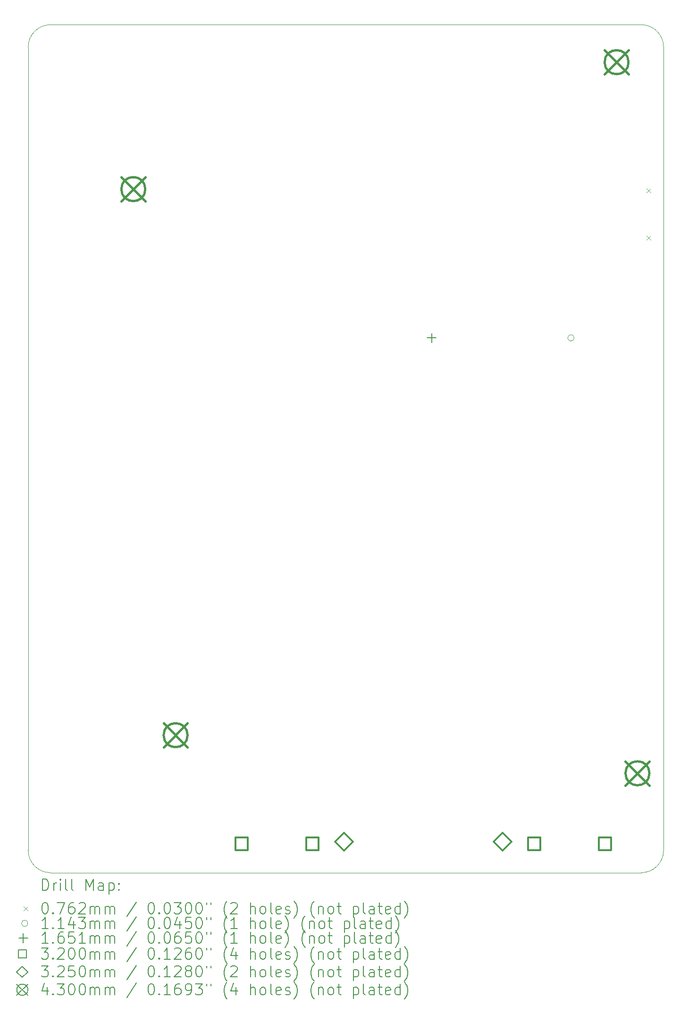
<source format=gbr>
%TF.GenerationSoftware,KiCad,Pcbnew,7.0.5-0*%
%TF.CreationDate,2023-08-08T04:38:16-03:00*%
%TF.ProjectId,macunaima_rev2,6d616375-6e61-4696-9d61-5f726576322e,rev?*%
%TF.SameCoordinates,Original*%
%TF.FileFunction,Drillmap*%
%TF.FilePolarity,Positive*%
%FSLAX45Y45*%
G04 Gerber Fmt 4.5, Leading zero omitted, Abs format (unit mm)*
G04 Created by KiCad (PCBNEW 7.0.5-0) date 2023-08-08 04:38:16*
%MOMM*%
%LPD*%
G01*
G04 APERTURE LIST*
%ADD10C,0.100000*%
%ADD11C,0.200000*%
%ADD12C,0.076200*%
%ADD13C,0.114300*%
%ADD14C,0.165100*%
%ADD15C,0.320000*%
%ADD16C,0.325000*%
%ADD17C,0.430000*%
G04 APERTURE END LIST*
D10*
X0Y-14800000D02*
G75*
G03*
X400000Y-15200000I400000J0D01*
G01*
X400000Y0D02*
G75*
G03*
X0Y-400000I0J-400000D01*
G01*
X11000000Y-15200000D02*
G75*
G03*
X11400000Y-14800000I0J400000D01*
G01*
X11400000Y-14800000D02*
X11400000Y-400000D01*
X11000000Y0D02*
X400000Y0D01*
X11400000Y-400000D02*
G75*
G03*
X11000000Y0I-400000J0D01*
G01*
X400000Y-15200000D02*
X11000000Y-15200000D01*
X0Y-400000D02*
X0Y-14800000D01*
D11*
D12*
X11095501Y-2932602D02*
X11171701Y-3008802D01*
X11171701Y-2932602D02*
X11095501Y-3008802D01*
X11095501Y-3782602D02*
X11171701Y-3858802D01*
X11171701Y-3782602D02*
X11095501Y-3858802D01*
D13*
X9794795Y-5614060D02*
G75*
G03*
X9794795Y-5614060I-57150J0D01*
G01*
D14*
X7237645Y-5531510D02*
X7237645Y-5696610D01*
X7155095Y-5614060D02*
X7320195Y-5614060D01*
D15*
X3942638Y-14798758D02*
X3942638Y-14572482D01*
X3716362Y-14572482D01*
X3716362Y-14798758D01*
X3942638Y-14798758D01*
X5212638Y-14798758D02*
X5212638Y-14572482D01*
X4986362Y-14572482D01*
X4986362Y-14798758D01*
X5212638Y-14798758D01*
X9192638Y-14798758D02*
X9192638Y-14572482D01*
X8966362Y-14572482D01*
X8966362Y-14798758D01*
X9192638Y-14798758D01*
X10462638Y-14798758D02*
X10462638Y-14572482D01*
X10236362Y-14572482D01*
X10236362Y-14798758D01*
X10462638Y-14798758D01*
D16*
X5667000Y-14808120D02*
X5829500Y-14645620D01*
X5667000Y-14483120D01*
X5504500Y-14645620D01*
X5667000Y-14808120D01*
X8512000Y-14808120D02*
X8674500Y-14645620D01*
X8512000Y-14483120D01*
X8349500Y-14645620D01*
X8512000Y-14808120D01*
D17*
X1671500Y-2731620D02*
X2101500Y-3161620D01*
X2101500Y-2731620D02*
X1671500Y-3161620D01*
X2101500Y-2946620D02*
G75*
G03*
X2101500Y-2946620I-215000J0D01*
G01*
X2429500Y-12520620D02*
X2859500Y-12950620D01*
X2859500Y-12520620D02*
X2429500Y-12950620D01*
X2859500Y-12735620D02*
G75*
G03*
X2859500Y-12735620I-215000J0D01*
G01*
X10342000Y-456620D02*
X10772000Y-886620D01*
X10772000Y-456620D02*
X10342000Y-886620D01*
X10772000Y-671620D02*
G75*
G03*
X10772000Y-671620I-215000J0D01*
G01*
X10716500Y-13203620D02*
X11146500Y-13633620D01*
X11146500Y-13203620D02*
X10716500Y-13633620D01*
X11146500Y-13418620D02*
G75*
G03*
X11146500Y-13418620I-215000J0D01*
G01*
D11*
X255777Y-15516484D02*
X255777Y-15316484D01*
X255777Y-15316484D02*
X303396Y-15316484D01*
X303396Y-15316484D02*
X331967Y-15326008D01*
X331967Y-15326008D02*
X351015Y-15345055D01*
X351015Y-15345055D02*
X360539Y-15364103D01*
X360539Y-15364103D02*
X370062Y-15402198D01*
X370062Y-15402198D02*
X370062Y-15430769D01*
X370062Y-15430769D02*
X360539Y-15468865D01*
X360539Y-15468865D02*
X351015Y-15487912D01*
X351015Y-15487912D02*
X331967Y-15506960D01*
X331967Y-15506960D02*
X303396Y-15516484D01*
X303396Y-15516484D02*
X255777Y-15516484D01*
X455777Y-15516484D02*
X455777Y-15383150D01*
X455777Y-15421246D02*
X465301Y-15402198D01*
X465301Y-15402198D02*
X474824Y-15392674D01*
X474824Y-15392674D02*
X493872Y-15383150D01*
X493872Y-15383150D02*
X512920Y-15383150D01*
X579586Y-15516484D02*
X579586Y-15383150D01*
X579586Y-15316484D02*
X570063Y-15326008D01*
X570063Y-15326008D02*
X579586Y-15335531D01*
X579586Y-15335531D02*
X589110Y-15326008D01*
X589110Y-15326008D02*
X579586Y-15316484D01*
X579586Y-15316484D02*
X579586Y-15335531D01*
X703396Y-15516484D02*
X684348Y-15506960D01*
X684348Y-15506960D02*
X674824Y-15487912D01*
X674824Y-15487912D02*
X674824Y-15316484D01*
X808158Y-15516484D02*
X789110Y-15506960D01*
X789110Y-15506960D02*
X779586Y-15487912D01*
X779586Y-15487912D02*
X779586Y-15316484D01*
X1036729Y-15516484D02*
X1036729Y-15316484D01*
X1036729Y-15316484D02*
X1103396Y-15459341D01*
X1103396Y-15459341D02*
X1170063Y-15316484D01*
X1170063Y-15316484D02*
X1170063Y-15516484D01*
X1351015Y-15516484D02*
X1351015Y-15411722D01*
X1351015Y-15411722D02*
X1341491Y-15392674D01*
X1341491Y-15392674D02*
X1322444Y-15383150D01*
X1322444Y-15383150D02*
X1284348Y-15383150D01*
X1284348Y-15383150D02*
X1265301Y-15392674D01*
X1351015Y-15506960D02*
X1331967Y-15516484D01*
X1331967Y-15516484D02*
X1284348Y-15516484D01*
X1284348Y-15516484D02*
X1265301Y-15506960D01*
X1265301Y-15506960D02*
X1255777Y-15487912D01*
X1255777Y-15487912D02*
X1255777Y-15468865D01*
X1255777Y-15468865D02*
X1265301Y-15449817D01*
X1265301Y-15449817D02*
X1284348Y-15440293D01*
X1284348Y-15440293D02*
X1331967Y-15440293D01*
X1331967Y-15440293D02*
X1351015Y-15430769D01*
X1446253Y-15383150D02*
X1446253Y-15583150D01*
X1446253Y-15392674D02*
X1465301Y-15383150D01*
X1465301Y-15383150D02*
X1503396Y-15383150D01*
X1503396Y-15383150D02*
X1522443Y-15392674D01*
X1522443Y-15392674D02*
X1531967Y-15402198D01*
X1531967Y-15402198D02*
X1541491Y-15421246D01*
X1541491Y-15421246D02*
X1541491Y-15478388D01*
X1541491Y-15478388D02*
X1531967Y-15497436D01*
X1531967Y-15497436D02*
X1522443Y-15506960D01*
X1522443Y-15506960D02*
X1503396Y-15516484D01*
X1503396Y-15516484D02*
X1465301Y-15516484D01*
X1465301Y-15516484D02*
X1446253Y-15506960D01*
X1627205Y-15497436D02*
X1636729Y-15506960D01*
X1636729Y-15506960D02*
X1627205Y-15516484D01*
X1627205Y-15516484D02*
X1617682Y-15506960D01*
X1617682Y-15506960D02*
X1627205Y-15497436D01*
X1627205Y-15497436D02*
X1627205Y-15516484D01*
X1627205Y-15392674D02*
X1636729Y-15402198D01*
X1636729Y-15402198D02*
X1627205Y-15411722D01*
X1627205Y-15411722D02*
X1617682Y-15402198D01*
X1617682Y-15402198D02*
X1627205Y-15392674D01*
X1627205Y-15392674D02*
X1627205Y-15411722D01*
D12*
X-81200Y-15806900D02*
X-5000Y-15883100D01*
X-5000Y-15806900D02*
X-81200Y-15883100D01*
D11*
X293872Y-15736484D02*
X312920Y-15736484D01*
X312920Y-15736484D02*
X331967Y-15746008D01*
X331967Y-15746008D02*
X341491Y-15755531D01*
X341491Y-15755531D02*
X351015Y-15774579D01*
X351015Y-15774579D02*
X360539Y-15812674D01*
X360539Y-15812674D02*
X360539Y-15860293D01*
X360539Y-15860293D02*
X351015Y-15898388D01*
X351015Y-15898388D02*
X341491Y-15917436D01*
X341491Y-15917436D02*
X331967Y-15926960D01*
X331967Y-15926960D02*
X312920Y-15936484D01*
X312920Y-15936484D02*
X293872Y-15936484D01*
X293872Y-15936484D02*
X274824Y-15926960D01*
X274824Y-15926960D02*
X265301Y-15917436D01*
X265301Y-15917436D02*
X255777Y-15898388D01*
X255777Y-15898388D02*
X246253Y-15860293D01*
X246253Y-15860293D02*
X246253Y-15812674D01*
X246253Y-15812674D02*
X255777Y-15774579D01*
X255777Y-15774579D02*
X265301Y-15755531D01*
X265301Y-15755531D02*
X274824Y-15746008D01*
X274824Y-15746008D02*
X293872Y-15736484D01*
X446253Y-15917436D02*
X455777Y-15926960D01*
X455777Y-15926960D02*
X446253Y-15936484D01*
X446253Y-15936484D02*
X436729Y-15926960D01*
X436729Y-15926960D02*
X446253Y-15917436D01*
X446253Y-15917436D02*
X446253Y-15936484D01*
X522443Y-15736484D02*
X655777Y-15736484D01*
X655777Y-15736484D02*
X570063Y-15936484D01*
X817682Y-15736484D02*
X779586Y-15736484D01*
X779586Y-15736484D02*
X760539Y-15746008D01*
X760539Y-15746008D02*
X751015Y-15755531D01*
X751015Y-15755531D02*
X731967Y-15784103D01*
X731967Y-15784103D02*
X722443Y-15822198D01*
X722443Y-15822198D02*
X722443Y-15898388D01*
X722443Y-15898388D02*
X731967Y-15917436D01*
X731967Y-15917436D02*
X741491Y-15926960D01*
X741491Y-15926960D02*
X760539Y-15936484D01*
X760539Y-15936484D02*
X798634Y-15936484D01*
X798634Y-15936484D02*
X817682Y-15926960D01*
X817682Y-15926960D02*
X827205Y-15917436D01*
X827205Y-15917436D02*
X836729Y-15898388D01*
X836729Y-15898388D02*
X836729Y-15850769D01*
X836729Y-15850769D02*
X827205Y-15831722D01*
X827205Y-15831722D02*
X817682Y-15822198D01*
X817682Y-15822198D02*
X798634Y-15812674D01*
X798634Y-15812674D02*
X760539Y-15812674D01*
X760539Y-15812674D02*
X741491Y-15822198D01*
X741491Y-15822198D02*
X731967Y-15831722D01*
X731967Y-15831722D02*
X722443Y-15850769D01*
X912920Y-15755531D02*
X922443Y-15746008D01*
X922443Y-15746008D02*
X941491Y-15736484D01*
X941491Y-15736484D02*
X989110Y-15736484D01*
X989110Y-15736484D02*
X1008158Y-15746008D01*
X1008158Y-15746008D02*
X1017682Y-15755531D01*
X1017682Y-15755531D02*
X1027205Y-15774579D01*
X1027205Y-15774579D02*
X1027205Y-15793627D01*
X1027205Y-15793627D02*
X1017682Y-15822198D01*
X1017682Y-15822198D02*
X903396Y-15936484D01*
X903396Y-15936484D02*
X1027205Y-15936484D01*
X1112920Y-15936484D02*
X1112920Y-15803150D01*
X1112920Y-15822198D02*
X1122444Y-15812674D01*
X1122444Y-15812674D02*
X1141491Y-15803150D01*
X1141491Y-15803150D02*
X1170063Y-15803150D01*
X1170063Y-15803150D02*
X1189110Y-15812674D01*
X1189110Y-15812674D02*
X1198634Y-15831722D01*
X1198634Y-15831722D02*
X1198634Y-15936484D01*
X1198634Y-15831722D02*
X1208158Y-15812674D01*
X1208158Y-15812674D02*
X1227205Y-15803150D01*
X1227205Y-15803150D02*
X1255777Y-15803150D01*
X1255777Y-15803150D02*
X1274825Y-15812674D01*
X1274825Y-15812674D02*
X1284348Y-15831722D01*
X1284348Y-15831722D02*
X1284348Y-15936484D01*
X1379586Y-15936484D02*
X1379586Y-15803150D01*
X1379586Y-15822198D02*
X1389110Y-15812674D01*
X1389110Y-15812674D02*
X1408158Y-15803150D01*
X1408158Y-15803150D02*
X1436729Y-15803150D01*
X1436729Y-15803150D02*
X1455777Y-15812674D01*
X1455777Y-15812674D02*
X1465301Y-15831722D01*
X1465301Y-15831722D02*
X1465301Y-15936484D01*
X1465301Y-15831722D02*
X1474824Y-15812674D01*
X1474824Y-15812674D02*
X1493872Y-15803150D01*
X1493872Y-15803150D02*
X1522443Y-15803150D01*
X1522443Y-15803150D02*
X1541491Y-15812674D01*
X1541491Y-15812674D02*
X1551015Y-15831722D01*
X1551015Y-15831722D02*
X1551015Y-15936484D01*
X1941491Y-15726960D02*
X1770063Y-15984103D01*
X2198634Y-15736484D02*
X2217682Y-15736484D01*
X2217682Y-15736484D02*
X2236729Y-15746008D01*
X2236729Y-15746008D02*
X2246253Y-15755531D01*
X2246253Y-15755531D02*
X2255777Y-15774579D01*
X2255777Y-15774579D02*
X2265301Y-15812674D01*
X2265301Y-15812674D02*
X2265301Y-15860293D01*
X2265301Y-15860293D02*
X2255777Y-15898388D01*
X2255777Y-15898388D02*
X2246253Y-15917436D01*
X2246253Y-15917436D02*
X2236729Y-15926960D01*
X2236729Y-15926960D02*
X2217682Y-15936484D01*
X2217682Y-15936484D02*
X2198634Y-15936484D01*
X2198634Y-15936484D02*
X2179587Y-15926960D01*
X2179587Y-15926960D02*
X2170063Y-15917436D01*
X2170063Y-15917436D02*
X2160539Y-15898388D01*
X2160539Y-15898388D02*
X2151015Y-15860293D01*
X2151015Y-15860293D02*
X2151015Y-15812674D01*
X2151015Y-15812674D02*
X2160539Y-15774579D01*
X2160539Y-15774579D02*
X2170063Y-15755531D01*
X2170063Y-15755531D02*
X2179587Y-15746008D01*
X2179587Y-15746008D02*
X2198634Y-15736484D01*
X2351015Y-15917436D02*
X2360539Y-15926960D01*
X2360539Y-15926960D02*
X2351015Y-15936484D01*
X2351015Y-15936484D02*
X2341491Y-15926960D01*
X2341491Y-15926960D02*
X2351015Y-15917436D01*
X2351015Y-15917436D02*
X2351015Y-15936484D01*
X2484348Y-15736484D02*
X2503396Y-15736484D01*
X2503396Y-15736484D02*
X2522444Y-15746008D01*
X2522444Y-15746008D02*
X2531968Y-15755531D01*
X2531968Y-15755531D02*
X2541491Y-15774579D01*
X2541491Y-15774579D02*
X2551015Y-15812674D01*
X2551015Y-15812674D02*
X2551015Y-15860293D01*
X2551015Y-15860293D02*
X2541491Y-15898388D01*
X2541491Y-15898388D02*
X2531968Y-15917436D01*
X2531968Y-15917436D02*
X2522444Y-15926960D01*
X2522444Y-15926960D02*
X2503396Y-15936484D01*
X2503396Y-15936484D02*
X2484348Y-15936484D01*
X2484348Y-15936484D02*
X2465301Y-15926960D01*
X2465301Y-15926960D02*
X2455777Y-15917436D01*
X2455777Y-15917436D02*
X2446253Y-15898388D01*
X2446253Y-15898388D02*
X2436729Y-15860293D01*
X2436729Y-15860293D02*
X2436729Y-15812674D01*
X2436729Y-15812674D02*
X2446253Y-15774579D01*
X2446253Y-15774579D02*
X2455777Y-15755531D01*
X2455777Y-15755531D02*
X2465301Y-15746008D01*
X2465301Y-15746008D02*
X2484348Y-15736484D01*
X2617682Y-15736484D02*
X2741491Y-15736484D01*
X2741491Y-15736484D02*
X2674825Y-15812674D01*
X2674825Y-15812674D02*
X2703396Y-15812674D01*
X2703396Y-15812674D02*
X2722444Y-15822198D01*
X2722444Y-15822198D02*
X2731968Y-15831722D01*
X2731968Y-15831722D02*
X2741491Y-15850769D01*
X2741491Y-15850769D02*
X2741491Y-15898388D01*
X2741491Y-15898388D02*
X2731968Y-15917436D01*
X2731968Y-15917436D02*
X2722444Y-15926960D01*
X2722444Y-15926960D02*
X2703396Y-15936484D01*
X2703396Y-15936484D02*
X2646253Y-15936484D01*
X2646253Y-15936484D02*
X2627206Y-15926960D01*
X2627206Y-15926960D02*
X2617682Y-15917436D01*
X2865301Y-15736484D02*
X2884348Y-15736484D01*
X2884348Y-15736484D02*
X2903396Y-15746008D01*
X2903396Y-15746008D02*
X2912920Y-15755531D01*
X2912920Y-15755531D02*
X2922444Y-15774579D01*
X2922444Y-15774579D02*
X2931967Y-15812674D01*
X2931967Y-15812674D02*
X2931967Y-15860293D01*
X2931967Y-15860293D02*
X2922444Y-15898388D01*
X2922444Y-15898388D02*
X2912920Y-15917436D01*
X2912920Y-15917436D02*
X2903396Y-15926960D01*
X2903396Y-15926960D02*
X2884348Y-15936484D01*
X2884348Y-15936484D02*
X2865301Y-15936484D01*
X2865301Y-15936484D02*
X2846253Y-15926960D01*
X2846253Y-15926960D02*
X2836729Y-15917436D01*
X2836729Y-15917436D02*
X2827206Y-15898388D01*
X2827206Y-15898388D02*
X2817682Y-15860293D01*
X2817682Y-15860293D02*
X2817682Y-15812674D01*
X2817682Y-15812674D02*
X2827206Y-15774579D01*
X2827206Y-15774579D02*
X2836729Y-15755531D01*
X2836729Y-15755531D02*
X2846253Y-15746008D01*
X2846253Y-15746008D02*
X2865301Y-15736484D01*
X3055777Y-15736484D02*
X3074825Y-15736484D01*
X3074825Y-15736484D02*
X3093872Y-15746008D01*
X3093872Y-15746008D02*
X3103396Y-15755531D01*
X3103396Y-15755531D02*
X3112920Y-15774579D01*
X3112920Y-15774579D02*
X3122444Y-15812674D01*
X3122444Y-15812674D02*
X3122444Y-15860293D01*
X3122444Y-15860293D02*
X3112920Y-15898388D01*
X3112920Y-15898388D02*
X3103396Y-15917436D01*
X3103396Y-15917436D02*
X3093872Y-15926960D01*
X3093872Y-15926960D02*
X3074825Y-15936484D01*
X3074825Y-15936484D02*
X3055777Y-15936484D01*
X3055777Y-15936484D02*
X3036729Y-15926960D01*
X3036729Y-15926960D02*
X3027206Y-15917436D01*
X3027206Y-15917436D02*
X3017682Y-15898388D01*
X3017682Y-15898388D02*
X3008158Y-15860293D01*
X3008158Y-15860293D02*
X3008158Y-15812674D01*
X3008158Y-15812674D02*
X3017682Y-15774579D01*
X3017682Y-15774579D02*
X3027206Y-15755531D01*
X3027206Y-15755531D02*
X3036729Y-15746008D01*
X3036729Y-15746008D02*
X3055777Y-15736484D01*
X3198634Y-15736484D02*
X3198634Y-15774579D01*
X3274825Y-15736484D02*
X3274825Y-15774579D01*
X3570063Y-16012674D02*
X3560539Y-16003150D01*
X3560539Y-16003150D02*
X3541491Y-15974579D01*
X3541491Y-15974579D02*
X3531968Y-15955531D01*
X3531968Y-15955531D02*
X3522444Y-15926960D01*
X3522444Y-15926960D02*
X3512920Y-15879341D01*
X3512920Y-15879341D02*
X3512920Y-15841246D01*
X3512920Y-15841246D02*
X3522444Y-15793627D01*
X3522444Y-15793627D02*
X3531968Y-15765055D01*
X3531968Y-15765055D02*
X3541491Y-15746008D01*
X3541491Y-15746008D02*
X3560539Y-15717436D01*
X3560539Y-15717436D02*
X3570063Y-15707912D01*
X3636729Y-15755531D02*
X3646253Y-15746008D01*
X3646253Y-15746008D02*
X3665301Y-15736484D01*
X3665301Y-15736484D02*
X3712920Y-15736484D01*
X3712920Y-15736484D02*
X3731968Y-15746008D01*
X3731968Y-15746008D02*
X3741491Y-15755531D01*
X3741491Y-15755531D02*
X3751015Y-15774579D01*
X3751015Y-15774579D02*
X3751015Y-15793627D01*
X3751015Y-15793627D02*
X3741491Y-15822198D01*
X3741491Y-15822198D02*
X3627206Y-15936484D01*
X3627206Y-15936484D02*
X3751015Y-15936484D01*
X3989110Y-15936484D02*
X3989110Y-15736484D01*
X4074825Y-15936484D02*
X4074825Y-15831722D01*
X4074825Y-15831722D02*
X4065301Y-15812674D01*
X4065301Y-15812674D02*
X4046253Y-15803150D01*
X4046253Y-15803150D02*
X4017682Y-15803150D01*
X4017682Y-15803150D02*
X3998634Y-15812674D01*
X3998634Y-15812674D02*
X3989110Y-15822198D01*
X4198634Y-15936484D02*
X4179587Y-15926960D01*
X4179587Y-15926960D02*
X4170063Y-15917436D01*
X4170063Y-15917436D02*
X4160539Y-15898388D01*
X4160539Y-15898388D02*
X4160539Y-15841246D01*
X4160539Y-15841246D02*
X4170063Y-15822198D01*
X4170063Y-15822198D02*
X4179587Y-15812674D01*
X4179587Y-15812674D02*
X4198634Y-15803150D01*
X4198634Y-15803150D02*
X4227206Y-15803150D01*
X4227206Y-15803150D02*
X4246253Y-15812674D01*
X4246253Y-15812674D02*
X4255777Y-15822198D01*
X4255777Y-15822198D02*
X4265301Y-15841246D01*
X4265301Y-15841246D02*
X4265301Y-15898388D01*
X4265301Y-15898388D02*
X4255777Y-15917436D01*
X4255777Y-15917436D02*
X4246253Y-15926960D01*
X4246253Y-15926960D02*
X4227206Y-15936484D01*
X4227206Y-15936484D02*
X4198634Y-15936484D01*
X4379587Y-15936484D02*
X4360539Y-15926960D01*
X4360539Y-15926960D02*
X4351015Y-15907912D01*
X4351015Y-15907912D02*
X4351015Y-15736484D01*
X4531968Y-15926960D02*
X4512920Y-15936484D01*
X4512920Y-15936484D02*
X4474825Y-15936484D01*
X4474825Y-15936484D02*
X4455777Y-15926960D01*
X4455777Y-15926960D02*
X4446253Y-15907912D01*
X4446253Y-15907912D02*
X4446253Y-15831722D01*
X4446253Y-15831722D02*
X4455777Y-15812674D01*
X4455777Y-15812674D02*
X4474825Y-15803150D01*
X4474825Y-15803150D02*
X4512920Y-15803150D01*
X4512920Y-15803150D02*
X4531968Y-15812674D01*
X4531968Y-15812674D02*
X4541492Y-15831722D01*
X4541492Y-15831722D02*
X4541492Y-15850769D01*
X4541492Y-15850769D02*
X4446253Y-15869817D01*
X4617682Y-15926960D02*
X4636730Y-15936484D01*
X4636730Y-15936484D02*
X4674825Y-15936484D01*
X4674825Y-15936484D02*
X4693873Y-15926960D01*
X4693873Y-15926960D02*
X4703396Y-15907912D01*
X4703396Y-15907912D02*
X4703396Y-15898388D01*
X4703396Y-15898388D02*
X4693873Y-15879341D01*
X4693873Y-15879341D02*
X4674825Y-15869817D01*
X4674825Y-15869817D02*
X4646253Y-15869817D01*
X4646253Y-15869817D02*
X4627206Y-15860293D01*
X4627206Y-15860293D02*
X4617682Y-15841246D01*
X4617682Y-15841246D02*
X4617682Y-15831722D01*
X4617682Y-15831722D02*
X4627206Y-15812674D01*
X4627206Y-15812674D02*
X4646253Y-15803150D01*
X4646253Y-15803150D02*
X4674825Y-15803150D01*
X4674825Y-15803150D02*
X4693873Y-15812674D01*
X4770063Y-16012674D02*
X4779587Y-16003150D01*
X4779587Y-16003150D02*
X4798634Y-15974579D01*
X4798634Y-15974579D02*
X4808158Y-15955531D01*
X4808158Y-15955531D02*
X4817682Y-15926960D01*
X4817682Y-15926960D02*
X4827206Y-15879341D01*
X4827206Y-15879341D02*
X4827206Y-15841246D01*
X4827206Y-15841246D02*
X4817682Y-15793627D01*
X4817682Y-15793627D02*
X4808158Y-15765055D01*
X4808158Y-15765055D02*
X4798634Y-15746008D01*
X4798634Y-15746008D02*
X4779587Y-15717436D01*
X4779587Y-15717436D02*
X4770063Y-15707912D01*
X5131968Y-16012674D02*
X5122444Y-16003150D01*
X5122444Y-16003150D02*
X5103396Y-15974579D01*
X5103396Y-15974579D02*
X5093873Y-15955531D01*
X5093873Y-15955531D02*
X5084349Y-15926960D01*
X5084349Y-15926960D02*
X5074825Y-15879341D01*
X5074825Y-15879341D02*
X5074825Y-15841246D01*
X5074825Y-15841246D02*
X5084349Y-15793627D01*
X5084349Y-15793627D02*
X5093873Y-15765055D01*
X5093873Y-15765055D02*
X5103396Y-15746008D01*
X5103396Y-15746008D02*
X5122444Y-15717436D01*
X5122444Y-15717436D02*
X5131968Y-15707912D01*
X5208158Y-15803150D02*
X5208158Y-15936484D01*
X5208158Y-15822198D02*
X5217682Y-15812674D01*
X5217682Y-15812674D02*
X5236730Y-15803150D01*
X5236730Y-15803150D02*
X5265301Y-15803150D01*
X5265301Y-15803150D02*
X5284349Y-15812674D01*
X5284349Y-15812674D02*
X5293873Y-15831722D01*
X5293873Y-15831722D02*
X5293873Y-15936484D01*
X5417682Y-15936484D02*
X5398634Y-15926960D01*
X5398634Y-15926960D02*
X5389111Y-15917436D01*
X5389111Y-15917436D02*
X5379587Y-15898388D01*
X5379587Y-15898388D02*
X5379587Y-15841246D01*
X5379587Y-15841246D02*
X5389111Y-15822198D01*
X5389111Y-15822198D02*
X5398634Y-15812674D01*
X5398634Y-15812674D02*
X5417682Y-15803150D01*
X5417682Y-15803150D02*
X5446254Y-15803150D01*
X5446254Y-15803150D02*
X5465301Y-15812674D01*
X5465301Y-15812674D02*
X5474825Y-15822198D01*
X5474825Y-15822198D02*
X5484349Y-15841246D01*
X5484349Y-15841246D02*
X5484349Y-15898388D01*
X5484349Y-15898388D02*
X5474825Y-15917436D01*
X5474825Y-15917436D02*
X5465301Y-15926960D01*
X5465301Y-15926960D02*
X5446254Y-15936484D01*
X5446254Y-15936484D02*
X5417682Y-15936484D01*
X5541492Y-15803150D02*
X5617682Y-15803150D01*
X5570063Y-15736484D02*
X5570063Y-15907912D01*
X5570063Y-15907912D02*
X5579587Y-15926960D01*
X5579587Y-15926960D02*
X5598634Y-15936484D01*
X5598634Y-15936484D02*
X5617682Y-15936484D01*
X5836730Y-15803150D02*
X5836730Y-16003150D01*
X5836730Y-15812674D02*
X5855777Y-15803150D01*
X5855777Y-15803150D02*
X5893873Y-15803150D01*
X5893873Y-15803150D02*
X5912920Y-15812674D01*
X5912920Y-15812674D02*
X5922444Y-15822198D01*
X5922444Y-15822198D02*
X5931968Y-15841246D01*
X5931968Y-15841246D02*
X5931968Y-15898388D01*
X5931968Y-15898388D02*
X5922444Y-15917436D01*
X5922444Y-15917436D02*
X5912920Y-15926960D01*
X5912920Y-15926960D02*
X5893873Y-15936484D01*
X5893873Y-15936484D02*
X5855777Y-15936484D01*
X5855777Y-15936484D02*
X5836730Y-15926960D01*
X6046253Y-15936484D02*
X6027206Y-15926960D01*
X6027206Y-15926960D02*
X6017682Y-15907912D01*
X6017682Y-15907912D02*
X6017682Y-15736484D01*
X6208158Y-15936484D02*
X6208158Y-15831722D01*
X6208158Y-15831722D02*
X6198634Y-15812674D01*
X6198634Y-15812674D02*
X6179587Y-15803150D01*
X6179587Y-15803150D02*
X6141492Y-15803150D01*
X6141492Y-15803150D02*
X6122444Y-15812674D01*
X6208158Y-15926960D02*
X6189111Y-15936484D01*
X6189111Y-15936484D02*
X6141492Y-15936484D01*
X6141492Y-15936484D02*
X6122444Y-15926960D01*
X6122444Y-15926960D02*
X6112920Y-15907912D01*
X6112920Y-15907912D02*
X6112920Y-15888865D01*
X6112920Y-15888865D02*
X6122444Y-15869817D01*
X6122444Y-15869817D02*
X6141492Y-15860293D01*
X6141492Y-15860293D02*
X6189111Y-15860293D01*
X6189111Y-15860293D02*
X6208158Y-15850769D01*
X6274825Y-15803150D02*
X6351015Y-15803150D01*
X6303396Y-15736484D02*
X6303396Y-15907912D01*
X6303396Y-15907912D02*
X6312920Y-15926960D01*
X6312920Y-15926960D02*
X6331968Y-15936484D01*
X6331968Y-15936484D02*
X6351015Y-15936484D01*
X6493873Y-15926960D02*
X6474825Y-15936484D01*
X6474825Y-15936484D02*
X6436730Y-15936484D01*
X6436730Y-15936484D02*
X6417682Y-15926960D01*
X6417682Y-15926960D02*
X6408158Y-15907912D01*
X6408158Y-15907912D02*
X6408158Y-15831722D01*
X6408158Y-15831722D02*
X6417682Y-15812674D01*
X6417682Y-15812674D02*
X6436730Y-15803150D01*
X6436730Y-15803150D02*
X6474825Y-15803150D01*
X6474825Y-15803150D02*
X6493873Y-15812674D01*
X6493873Y-15812674D02*
X6503396Y-15831722D01*
X6503396Y-15831722D02*
X6503396Y-15850769D01*
X6503396Y-15850769D02*
X6408158Y-15869817D01*
X6674825Y-15936484D02*
X6674825Y-15736484D01*
X6674825Y-15926960D02*
X6655777Y-15936484D01*
X6655777Y-15936484D02*
X6617682Y-15936484D01*
X6617682Y-15936484D02*
X6598634Y-15926960D01*
X6598634Y-15926960D02*
X6589111Y-15917436D01*
X6589111Y-15917436D02*
X6579587Y-15898388D01*
X6579587Y-15898388D02*
X6579587Y-15841246D01*
X6579587Y-15841246D02*
X6589111Y-15822198D01*
X6589111Y-15822198D02*
X6598634Y-15812674D01*
X6598634Y-15812674D02*
X6617682Y-15803150D01*
X6617682Y-15803150D02*
X6655777Y-15803150D01*
X6655777Y-15803150D02*
X6674825Y-15812674D01*
X6751015Y-16012674D02*
X6760539Y-16003150D01*
X6760539Y-16003150D02*
X6779587Y-15974579D01*
X6779587Y-15974579D02*
X6789111Y-15955531D01*
X6789111Y-15955531D02*
X6798634Y-15926960D01*
X6798634Y-15926960D02*
X6808158Y-15879341D01*
X6808158Y-15879341D02*
X6808158Y-15841246D01*
X6808158Y-15841246D02*
X6798634Y-15793627D01*
X6798634Y-15793627D02*
X6789111Y-15765055D01*
X6789111Y-15765055D02*
X6779587Y-15746008D01*
X6779587Y-15746008D02*
X6760539Y-15717436D01*
X6760539Y-15717436D02*
X6751015Y-15707912D01*
D13*
X-5000Y-16109000D02*
G75*
G03*
X-5000Y-16109000I-57150J0D01*
G01*
D11*
X360539Y-16200484D02*
X246253Y-16200484D01*
X303396Y-16200484D02*
X303396Y-16000484D01*
X303396Y-16000484D02*
X284348Y-16029055D01*
X284348Y-16029055D02*
X265301Y-16048103D01*
X265301Y-16048103D02*
X246253Y-16057627D01*
X446253Y-16181436D02*
X455777Y-16190960D01*
X455777Y-16190960D02*
X446253Y-16200484D01*
X446253Y-16200484D02*
X436729Y-16190960D01*
X436729Y-16190960D02*
X446253Y-16181436D01*
X446253Y-16181436D02*
X446253Y-16200484D01*
X646253Y-16200484D02*
X531967Y-16200484D01*
X589110Y-16200484D02*
X589110Y-16000484D01*
X589110Y-16000484D02*
X570063Y-16029055D01*
X570063Y-16029055D02*
X551015Y-16048103D01*
X551015Y-16048103D02*
X531967Y-16057627D01*
X817682Y-16067150D02*
X817682Y-16200484D01*
X770062Y-15990960D02*
X722443Y-16133817D01*
X722443Y-16133817D02*
X846253Y-16133817D01*
X903396Y-16000484D02*
X1027205Y-16000484D01*
X1027205Y-16000484D02*
X960539Y-16076674D01*
X960539Y-16076674D02*
X989110Y-16076674D01*
X989110Y-16076674D02*
X1008158Y-16086198D01*
X1008158Y-16086198D02*
X1017682Y-16095722D01*
X1017682Y-16095722D02*
X1027205Y-16114769D01*
X1027205Y-16114769D02*
X1027205Y-16162388D01*
X1027205Y-16162388D02*
X1017682Y-16181436D01*
X1017682Y-16181436D02*
X1008158Y-16190960D01*
X1008158Y-16190960D02*
X989110Y-16200484D01*
X989110Y-16200484D02*
X931967Y-16200484D01*
X931967Y-16200484D02*
X912920Y-16190960D01*
X912920Y-16190960D02*
X903396Y-16181436D01*
X1112920Y-16200484D02*
X1112920Y-16067150D01*
X1112920Y-16086198D02*
X1122444Y-16076674D01*
X1122444Y-16076674D02*
X1141491Y-16067150D01*
X1141491Y-16067150D02*
X1170063Y-16067150D01*
X1170063Y-16067150D02*
X1189110Y-16076674D01*
X1189110Y-16076674D02*
X1198634Y-16095722D01*
X1198634Y-16095722D02*
X1198634Y-16200484D01*
X1198634Y-16095722D02*
X1208158Y-16076674D01*
X1208158Y-16076674D02*
X1227205Y-16067150D01*
X1227205Y-16067150D02*
X1255777Y-16067150D01*
X1255777Y-16067150D02*
X1274825Y-16076674D01*
X1274825Y-16076674D02*
X1284348Y-16095722D01*
X1284348Y-16095722D02*
X1284348Y-16200484D01*
X1379586Y-16200484D02*
X1379586Y-16067150D01*
X1379586Y-16086198D02*
X1389110Y-16076674D01*
X1389110Y-16076674D02*
X1408158Y-16067150D01*
X1408158Y-16067150D02*
X1436729Y-16067150D01*
X1436729Y-16067150D02*
X1455777Y-16076674D01*
X1455777Y-16076674D02*
X1465301Y-16095722D01*
X1465301Y-16095722D02*
X1465301Y-16200484D01*
X1465301Y-16095722D02*
X1474824Y-16076674D01*
X1474824Y-16076674D02*
X1493872Y-16067150D01*
X1493872Y-16067150D02*
X1522443Y-16067150D01*
X1522443Y-16067150D02*
X1541491Y-16076674D01*
X1541491Y-16076674D02*
X1551015Y-16095722D01*
X1551015Y-16095722D02*
X1551015Y-16200484D01*
X1941491Y-15990960D02*
X1770063Y-16248103D01*
X2198634Y-16000484D02*
X2217682Y-16000484D01*
X2217682Y-16000484D02*
X2236729Y-16010008D01*
X2236729Y-16010008D02*
X2246253Y-16019531D01*
X2246253Y-16019531D02*
X2255777Y-16038579D01*
X2255777Y-16038579D02*
X2265301Y-16076674D01*
X2265301Y-16076674D02*
X2265301Y-16124293D01*
X2265301Y-16124293D02*
X2255777Y-16162388D01*
X2255777Y-16162388D02*
X2246253Y-16181436D01*
X2246253Y-16181436D02*
X2236729Y-16190960D01*
X2236729Y-16190960D02*
X2217682Y-16200484D01*
X2217682Y-16200484D02*
X2198634Y-16200484D01*
X2198634Y-16200484D02*
X2179587Y-16190960D01*
X2179587Y-16190960D02*
X2170063Y-16181436D01*
X2170063Y-16181436D02*
X2160539Y-16162388D01*
X2160539Y-16162388D02*
X2151015Y-16124293D01*
X2151015Y-16124293D02*
X2151015Y-16076674D01*
X2151015Y-16076674D02*
X2160539Y-16038579D01*
X2160539Y-16038579D02*
X2170063Y-16019531D01*
X2170063Y-16019531D02*
X2179587Y-16010008D01*
X2179587Y-16010008D02*
X2198634Y-16000484D01*
X2351015Y-16181436D02*
X2360539Y-16190960D01*
X2360539Y-16190960D02*
X2351015Y-16200484D01*
X2351015Y-16200484D02*
X2341491Y-16190960D01*
X2341491Y-16190960D02*
X2351015Y-16181436D01*
X2351015Y-16181436D02*
X2351015Y-16200484D01*
X2484348Y-16000484D02*
X2503396Y-16000484D01*
X2503396Y-16000484D02*
X2522444Y-16010008D01*
X2522444Y-16010008D02*
X2531968Y-16019531D01*
X2531968Y-16019531D02*
X2541491Y-16038579D01*
X2541491Y-16038579D02*
X2551015Y-16076674D01*
X2551015Y-16076674D02*
X2551015Y-16124293D01*
X2551015Y-16124293D02*
X2541491Y-16162388D01*
X2541491Y-16162388D02*
X2531968Y-16181436D01*
X2531968Y-16181436D02*
X2522444Y-16190960D01*
X2522444Y-16190960D02*
X2503396Y-16200484D01*
X2503396Y-16200484D02*
X2484348Y-16200484D01*
X2484348Y-16200484D02*
X2465301Y-16190960D01*
X2465301Y-16190960D02*
X2455777Y-16181436D01*
X2455777Y-16181436D02*
X2446253Y-16162388D01*
X2446253Y-16162388D02*
X2436729Y-16124293D01*
X2436729Y-16124293D02*
X2436729Y-16076674D01*
X2436729Y-16076674D02*
X2446253Y-16038579D01*
X2446253Y-16038579D02*
X2455777Y-16019531D01*
X2455777Y-16019531D02*
X2465301Y-16010008D01*
X2465301Y-16010008D02*
X2484348Y-16000484D01*
X2722444Y-16067150D02*
X2722444Y-16200484D01*
X2674825Y-15990960D02*
X2627206Y-16133817D01*
X2627206Y-16133817D02*
X2751015Y-16133817D01*
X2922444Y-16000484D02*
X2827206Y-16000484D01*
X2827206Y-16000484D02*
X2817682Y-16095722D01*
X2817682Y-16095722D02*
X2827206Y-16086198D01*
X2827206Y-16086198D02*
X2846253Y-16076674D01*
X2846253Y-16076674D02*
X2893872Y-16076674D01*
X2893872Y-16076674D02*
X2912920Y-16086198D01*
X2912920Y-16086198D02*
X2922444Y-16095722D01*
X2922444Y-16095722D02*
X2931967Y-16114769D01*
X2931967Y-16114769D02*
X2931967Y-16162388D01*
X2931967Y-16162388D02*
X2922444Y-16181436D01*
X2922444Y-16181436D02*
X2912920Y-16190960D01*
X2912920Y-16190960D02*
X2893872Y-16200484D01*
X2893872Y-16200484D02*
X2846253Y-16200484D01*
X2846253Y-16200484D02*
X2827206Y-16190960D01*
X2827206Y-16190960D02*
X2817682Y-16181436D01*
X3055777Y-16000484D02*
X3074825Y-16000484D01*
X3074825Y-16000484D02*
X3093872Y-16010008D01*
X3093872Y-16010008D02*
X3103396Y-16019531D01*
X3103396Y-16019531D02*
X3112920Y-16038579D01*
X3112920Y-16038579D02*
X3122444Y-16076674D01*
X3122444Y-16076674D02*
X3122444Y-16124293D01*
X3122444Y-16124293D02*
X3112920Y-16162388D01*
X3112920Y-16162388D02*
X3103396Y-16181436D01*
X3103396Y-16181436D02*
X3093872Y-16190960D01*
X3093872Y-16190960D02*
X3074825Y-16200484D01*
X3074825Y-16200484D02*
X3055777Y-16200484D01*
X3055777Y-16200484D02*
X3036729Y-16190960D01*
X3036729Y-16190960D02*
X3027206Y-16181436D01*
X3027206Y-16181436D02*
X3017682Y-16162388D01*
X3017682Y-16162388D02*
X3008158Y-16124293D01*
X3008158Y-16124293D02*
X3008158Y-16076674D01*
X3008158Y-16076674D02*
X3017682Y-16038579D01*
X3017682Y-16038579D02*
X3027206Y-16019531D01*
X3027206Y-16019531D02*
X3036729Y-16010008D01*
X3036729Y-16010008D02*
X3055777Y-16000484D01*
X3198634Y-16000484D02*
X3198634Y-16038579D01*
X3274825Y-16000484D02*
X3274825Y-16038579D01*
X3570063Y-16276674D02*
X3560539Y-16267150D01*
X3560539Y-16267150D02*
X3541491Y-16238579D01*
X3541491Y-16238579D02*
X3531968Y-16219531D01*
X3531968Y-16219531D02*
X3522444Y-16190960D01*
X3522444Y-16190960D02*
X3512920Y-16143341D01*
X3512920Y-16143341D02*
X3512920Y-16105246D01*
X3512920Y-16105246D02*
X3522444Y-16057627D01*
X3522444Y-16057627D02*
X3531968Y-16029055D01*
X3531968Y-16029055D02*
X3541491Y-16010008D01*
X3541491Y-16010008D02*
X3560539Y-15981436D01*
X3560539Y-15981436D02*
X3570063Y-15971912D01*
X3751015Y-16200484D02*
X3636729Y-16200484D01*
X3693872Y-16200484D02*
X3693872Y-16000484D01*
X3693872Y-16000484D02*
X3674825Y-16029055D01*
X3674825Y-16029055D02*
X3655777Y-16048103D01*
X3655777Y-16048103D02*
X3636729Y-16057627D01*
X3989110Y-16200484D02*
X3989110Y-16000484D01*
X4074825Y-16200484D02*
X4074825Y-16095722D01*
X4074825Y-16095722D02*
X4065301Y-16076674D01*
X4065301Y-16076674D02*
X4046253Y-16067150D01*
X4046253Y-16067150D02*
X4017682Y-16067150D01*
X4017682Y-16067150D02*
X3998634Y-16076674D01*
X3998634Y-16076674D02*
X3989110Y-16086198D01*
X4198634Y-16200484D02*
X4179587Y-16190960D01*
X4179587Y-16190960D02*
X4170063Y-16181436D01*
X4170063Y-16181436D02*
X4160539Y-16162388D01*
X4160539Y-16162388D02*
X4160539Y-16105246D01*
X4160539Y-16105246D02*
X4170063Y-16086198D01*
X4170063Y-16086198D02*
X4179587Y-16076674D01*
X4179587Y-16076674D02*
X4198634Y-16067150D01*
X4198634Y-16067150D02*
X4227206Y-16067150D01*
X4227206Y-16067150D02*
X4246253Y-16076674D01*
X4246253Y-16076674D02*
X4255777Y-16086198D01*
X4255777Y-16086198D02*
X4265301Y-16105246D01*
X4265301Y-16105246D02*
X4265301Y-16162388D01*
X4265301Y-16162388D02*
X4255777Y-16181436D01*
X4255777Y-16181436D02*
X4246253Y-16190960D01*
X4246253Y-16190960D02*
X4227206Y-16200484D01*
X4227206Y-16200484D02*
X4198634Y-16200484D01*
X4379587Y-16200484D02*
X4360539Y-16190960D01*
X4360539Y-16190960D02*
X4351015Y-16171912D01*
X4351015Y-16171912D02*
X4351015Y-16000484D01*
X4531968Y-16190960D02*
X4512920Y-16200484D01*
X4512920Y-16200484D02*
X4474825Y-16200484D01*
X4474825Y-16200484D02*
X4455777Y-16190960D01*
X4455777Y-16190960D02*
X4446253Y-16171912D01*
X4446253Y-16171912D02*
X4446253Y-16095722D01*
X4446253Y-16095722D02*
X4455777Y-16076674D01*
X4455777Y-16076674D02*
X4474825Y-16067150D01*
X4474825Y-16067150D02*
X4512920Y-16067150D01*
X4512920Y-16067150D02*
X4531968Y-16076674D01*
X4531968Y-16076674D02*
X4541492Y-16095722D01*
X4541492Y-16095722D02*
X4541492Y-16114769D01*
X4541492Y-16114769D02*
X4446253Y-16133817D01*
X4608158Y-16276674D02*
X4617682Y-16267150D01*
X4617682Y-16267150D02*
X4636730Y-16238579D01*
X4636730Y-16238579D02*
X4646253Y-16219531D01*
X4646253Y-16219531D02*
X4655777Y-16190960D01*
X4655777Y-16190960D02*
X4665301Y-16143341D01*
X4665301Y-16143341D02*
X4665301Y-16105246D01*
X4665301Y-16105246D02*
X4655777Y-16057627D01*
X4655777Y-16057627D02*
X4646253Y-16029055D01*
X4646253Y-16029055D02*
X4636730Y-16010008D01*
X4636730Y-16010008D02*
X4617682Y-15981436D01*
X4617682Y-15981436D02*
X4608158Y-15971912D01*
X4970063Y-16276674D02*
X4960539Y-16267150D01*
X4960539Y-16267150D02*
X4941492Y-16238579D01*
X4941492Y-16238579D02*
X4931968Y-16219531D01*
X4931968Y-16219531D02*
X4922444Y-16190960D01*
X4922444Y-16190960D02*
X4912920Y-16143341D01*
X4912920Y-16143341D02*
X4912920Y-16105246D01*
X4912920Y-16105246D02*
X4922444Y-16057627D01*
X4922444Y-16057627D02*
X4931968Y-16029055D01*
X4931968Y-16029055D02*
X4941492Y-16010008D01*
X4941492Y-16010008D02*
X4960539Y-15981436D01*
X4960539Y-15981436D02*
X4970063Y-15971912D01*
X5046253Y-16067150D02*
X5046253Y-16200484D01*
X5046253Y-16086198D02*
X5055777Y-16076674D01*
X5055777Y-16076674D02*
X5074825Y-16067150D01*
X5074825Y-16067150D02*
X5103396Y-16067150D01*
X5103396Y-16067150D02*
X5122444Y-16076674D01*
X5122444Y-16076674D02*
X5131968Y-16095722D01*
X5131968Y-16095722D02*
X5131968Y-16200484D01*
X5255777Y-16200484D02*
X5236730Y-16190960D01*
X5236730Y-16190960D02*
X5227206Y-16181436D01*
X5227206Y-16181436D02*
X5217682Y-16162388D01*
X5217682Y-16162388D02*
X5217682Y-16105246D01*
X5217682Y-16105246D02*
X5227206Y-16086198D01*
X5227206Y-16086198D02*
X5236730Y-16076674D01*
X5236730Y-16076674D02*
X5255777Y-16067150D01*
X5255777Y-16067150D02*
X5284349Y-16067150D01*
X5284349Y-16067150D02*
X5303396Y-16076674D01*
X5303396Y-16076674D02*
X5312920Y-16086198D01*
X5312920Y-16086198D02*
X5322444Y-16105246D01*
X5322444Y-16105246D02*
X5322444Y-16162388D01*
X5322444Y-16162388D02*
X5312920Y-16181436D01*
X5312920Y-16181436D02*
X5303396Y-16190960D01*
X5303396Y-16190960D02*
X5284349Y-16200484D01*
X5284349Y-16200484D02*
X5255777Y-16200484D01*
X5379587Y-16067150D02*
X5455777Y-16067150D01*
X5408158Y-16000484D02*
X5408158Y-16171912D01*
X5408158Y-16171912D02*
X5417682Y-16190960D01*
X5417682Y-16190960D02*
X5436730Y-16200484D01*
X5436730Y-16200484D02*
X5455777Y-16200484D01*
X5674825Y-16067150D02*
X5674825Y-16267150D01*
X5674825Y-16076674D02*
X5693872Y-16067150D01*
X5693872Y-16067150D02*
X5731968Y-16067150D01*
X5731968Y-16067150D02*
X5751015Y-16076674D01*
X5751015Y-16076674D02*
X5760539Y-16086198D01*
X5760539Y-16086198D02*
X5770063Y-16105246D01*
X5770063Y-16105246D02*
X5770063Y-16162388D01*
X5770063Y-16162388D02*
X5760539Y-16181436D01*
X5760539Y-16181436D02*
X5751015Y-16190960D01*
X5751015Y-16190960D02*
X5731968Y-16200484D01*
X5731968Y-16200484D02*
X5693872Y-16200484D01*
X5693872Y-16200484D02*
X5674825Y-16190960D01*
X5884349Y-16200484D02*
X5865301Y-16190960D01*
X5865301Y-16190960D02*
X5855777Y-16171912D01*
X5855777Y-16171912D02*
X5855777Y-16000484D01*
X6046253Y-16200484D02*
X6046253Y-16095722D01*
X6046253Y-16095722D02*
X6036730Y-16076674D01*
X6036730Y-16076674D02*
X6017682Y-16067150D01*
X6017682Y-16067150D02*
X5979587Y-16067150D01*
X5979587Y-16067150D02*
X5960539Y-16076674D01*
X6046253Y-16190960D02*
X6027206Y-16200484D01*
X6027206Y-16200484D02*
X5979587Y-16200484D01*
X5979587Y-16200484D02*
X5960539Y-16190960D01*
X5960539Y-16190960D02*
X5951015Y-16171912D01*
X5951015Y-16171912D02*
X5951015Y-16152865D01*
X5951015Y-16152865D02*
X5960539Y-16133817D01*
X5960539Y-16133817D02*
X5979587Y-16124293D01*
X5979587Y-16124293D02*
X6027206Y-16124293D01*
X6027206Y-16124293D02*
X6046253Y-16114769D01*
X6112920Y-16067150D02*
X6189111Y-16067150D01*
X6141492Y-16000484D02*
X6141492Y-16171912D01*
X6141492Y-16171912D02*
X6151015Y-16190960D01*
X6151015Y-16190960D02*
X6170063Y-16200484D01*
X6170063Y-16200484D02*
X6189111Y-16200484D01*
X6331968Y-16190960D02*
X6312920Y-16200484D01*
X6312920Y-16200484D02*
X6274825Y-16200484D01*
X6274825Y-16200484D02*
X6255777Y-16190960D01*
X6255777Y-16190960D02*
X6246253Y-16171912D01*
X6246253Y-16171912D02*
X6246253Y-16095722D01*
X6246253Y-16095722D02*
X6255777Y-16076674D01*
X6255777Y-16076674D02*
X6274825Y-16067150D01*
X6274825Y-16067150D02*
X6312920Y-16067150D01*
X6312920Y-16067150D02*
X6331968Y-16076674D01*
X6331968Y-16076674D02*
X6341492Y-16095722D01*
X6341492Y-16095722D02*
X6341492Y-16114769D01*
X6341492Y-16114769D02*
X6246253Y-16133817D01*
X6512920Y-16200484D02*
X6512920Y-16000484D01*
X6512920Y-16190960D02*
X6493873Y-16200484D01*
X6493873Y-16200484D02*
X6455777Y-16200484D01*
X6455777Y-16200484D02*
X6436730Y-16190960D01*
X6436730Y-16190960D02*
X6427206Y-16181436D01*
X6427206Y-16181436D02*
X6417682Y-16162388D01*
X6417682Y-16162388D02*
X6417682Y-16105246D01*
X6417682Y-16105246D02*
X6427206Y-16086198D01*
X6427206Y-16086198D02*
X6436730Y-16076674D01*
X6436730Y-16076674D02*
X6455777Y-16067150D01*
X6455777Y-16067150D02*
X6493873Y-16067150D01*
X6493873Y-16067150D02*
X6512920Y-16076674D01*
X6589111Y-16276674D02*
X6598634Y-16267150D01*
X6598634Y-16267150D02*
X6617682Y-16238579D01*
X6617682Y-16238579D02*
X6627206Y-16219531D01*
X6627206Y-16219531D02*
X6636730Y-16190960D01*
X6636730Y-16190960D02*
X6646253Y-16143341D01*
X6646253Y-16143341D02*
X6646253Y-16105246D01*
X6646253Y-16105246D02*
X6636730Y-16057627D01*
X6636730Y-16057627D02*
X6627206Y-16029055D01*
X6627206Y-16029055D02*
X6617682Y-16010008D01*
X6617682Y-16010008D02*
X6598634Y-15981436D01*
X6598634Y-15981436D02*
X6589111Y-15971912D01*
D14*
X-87550Y-16290450D02*
X-87550Y-16455550D01*
X-170100Y-16373000D02*
X-5000Y-16373000D01*
D11*
X360539Y-16464484D02*
X246253Y-16464484D01*
X303396Y-16464484D02*
X303396Y-16264484D01*
X303396Y-16264484D02*
X284348Y-16293055D01*
X284348Y-16293055D02*
X265301Y-16312103D01*
X265301Y-16312103D02*
X246253Y-16321627D01*
X446253Y-16445436D02*
X455777Y-16454960D01*
X455777Y-16454960D02*
X446253Y-16464484D01*
X446253Y-16464484D02*
X436729Y-16454960D01*
X436729Y-16454960D02*
X446253Y-16445436D01*
X446253Y-16445436D02*
X446253Y-16464484D01*
X627205Y-16264484D02*
X589110Y-16264484D01*
X589110Y-16264484D02*
X570063Y-16274008D01*
X570063Y-16274008D02*
X560539Y-16283531D01*
X560539Y-16283531D02*
X541491Y-16312103D01*
X541491Y-16312103D02*
X531967Y-16350198D01*
X531967Y-16350198D02*
X531967Y-16426388D01*
X531967Y-16426388D02*
X541491Y-16445436D01*
X541491Y-16445436D02*
X551015Y-16454960D01*
X551015Y-16454960D02*
X570063Y-16464484D01*
X570063Y-16464484D02*
X608158Y-16464484D01*
X608158Y-16464484D02*
X627205Y-16454960D01*
X627205Y-16454960D02*
X636729Y-16445436D01*
X636729Y-16445436D02*
X646253Y-16426388D01*
X646253Y-16426388D02*
X646253Y-16378769D01*
X646253Y-16378769D02*
X636729Y-16359722D01*
X636729Y-16359722D02*
X627205Y-16350198D01*
X627205Y-16350198D02*
X608158Y-16340674D01*
X608158Y-16340674D02*
X570063Y-16340674D01*
X570063Y-16340674D02*
X551015Y-16350198D01*
X551015Y-16350198D02*
X541491Y-16359722D01*
X541491Y-16359722D02*
X531967Y-16378769D01*
X827205Y-16264484D02*
X731967Y-16264484D01*
X731967Y-16264484D02*
X722443Y-16359722D01*
X722443Y-16359722D02*
X731967Y-16350198D01*
X731967Y-16350198D02*
X751015Y-16340674D01*
X751015Y-16340674D02*
X798634Y-16340674D01*
X798634Y-16340674D02*
X817682Y-16350198D01*
X817682Y-16350198D02*
X827205Y-16359722D01*
X827205Y-16359722D02*
X836729Y-16378769D01*
X836729Y-16378769D02*
X836729Y-16426388D01*
X836729Y-16426388D02*
X827205Y-16445436D01*
X827205Y-16445436D02*
X817682Y-16454960D01*
X817682Y-16454960D02*
X798634Y-16464484D01*
X798634Y-16464484D02*
X751015Y-16464484D01*
X751015Y-16464484D02*
X731967Y-16454960D01*
X731967Y-16454960D02*
X722443Y-16445436D01*
X1027205Y-16464484D02*
X912920Y-16464484D01*
X970062Y-16464484D02*
X970062Y-16264484D01*
X970062Y-16264484D02*
X951015Y-16293055D01*
X951015Y-16293055D02*
X931967Y-16312103D01*
X931967Y-16312103D02*
X912920Y-16321627D01*
X1112920Y-16464484D02*
X1112920Y-16331150D01*
X1112920Y-16350198D02*
X1122444Y-16340674D01*
X1122444Y-16340674D02*
X1141491Y-16331150D01*
X1141491Y-16331150D02*
X1170063Y-16331150D01*
X1170063Y-16331150D02*
X1189110Y-16340674D01*
X1189110Y-16340674D02*
X1198634Y-16359722D01*
X1198634Y-16359722D02*
X1198634Y-16464484D01*
X1198634Y-16359722D02*
X1208158Y-16340674D01*
X1208158Y-16340674D02*
X1227205Y-16331150D01*
X1227205Y-16331150D02*
X1255777Y-16331150D01*
X1255777Y-16331150D02*
X1274825Y-16340674D01*
X1274825Y-16340674D02*
X1284348Y-16359722D01*
X1284348Y-16359722D02*
X1284348Y-16464484D01*
X1379586Y-16464484D02*
X1379586Y-16331150D01*
X1379586Y-16350198D02*
X1389110Y-16340674D01*
X1389110Y-16340674D02*
X1408158Y-16331150D01*
X1408158Y-16331150D02*
X1436729Y-16331150D01*
X1436729Y-16331150D02*
X1455777Y-16340674D01*
X1455777Y-16340674D02*
X1465301Y-16359722D01*
X1465301Y-16359722D02*
X1465301Y-16464484D01*
X1465301Y-16359722D02*
X1474824Y-16340674D01*
X1474824Y-16340674D02*
X1493872Y-16331150D01*
X1493872Y-16331150D02*
X1522443Y-16331150D01*
X1522443Y-16331150D02*
X1541491Y-16340674D01*
X1541491Y-16340674D02*
X1551015Y-16359722D01*
X1551015Y-16359722D02*
X1551015Y-16464484D01*
X1941491Y-16254960D02*
X1770063Y-16512103D01*
X2198634Y-16264484D02*
X2217682Y-16264484D01*
X2217682Y-16264484D02*
X2236729Y-16274008D01*
X2236729Y-16274008D02*
X2246253Y-16283531D01*
X2246253Y-16283531D02*
X2255777Y-16302579D01*
X2255777Y-16302579D02*
X2265301Y-16340674D01*
X2265301Y-16340674D02*
X2265301Y-16388293D01*
X2265301Y-16388293D02*
X2255777Y-16426388D01*
X2255777Y-16426388D02*
X2246253Y-16445436D01*
X2246253Y-16445436D02*
X2236729Y-16454960D01*
X2236729Y-16454960D02*
X2217682Y-16464484D01*
X2217682Y-16464484D02*
X2198634Y-16464484D01*
X2198634Y-16464484D02*
X2179587Y-16454960D01*
X2179587Y-16454960D02*
X2170063Y-16445436D01*
X2170063Y-16445436D02*
X2160539Y-16426388D01*
X2160539Y-16426388D02*
X2151015Y-16388293D01*
X2151015Y-16388293D02*
X2151015Y-16340674D01*
X2151015Y-16340674D02*
X2160539Y-16302579D01*
X2160539Y-16302579D02*
X2170063Y-16283531D01*
X2170063Y-16283531D02*
X2179587Y-16274008D01*
X2179587Y-16274008D02*
X2198634Y-16264484D01*
X2351015Y-16445436D02*
X2360539Y-16454960D01*
X2360539Y-16454960D02*
X2351015Y-16464484D01*
X2351015Y-16464484D02*
X2341491Y-16454960D01*
X2341491Y-16454960D02*
X2351015Y-16445436D01*
X2351015Y-16445436D02*
X2351015Y-16464484D01*
X2484348Y-16264484D02*
X2503396Y-16264484D01*
X2503396Y-16264484D02*
X2522444Y-16274008D01*
X2522444Y-16274008D02*
X2531968Y-16283531D01*
X2531968Y-16283531D02*
X2541491Y-16302579D01*
X2541491Y-16302579D02*
X2551015Y-16340674D01*
X2551015Y-16340674D02*
X2551015Y-16388293D01*
X2551015Y-16388293D02*
X2541491Y-16426388D01*
X2541491Y-16426388D02*
X2531968Y-16445436D01*
X2531968Y-16445436D02*
X2522444Y-16454960D01*
X2522444Y-16454960D02*
X2503396Y-16464484D01*
X2503396Y-16464484D02*
X2484348Y-16464484D01*
X2484348Y-16464484D02*
X2465301Y-16454960D01*
X2465301Y-16454960D02*
X2455777Y-16445436D01*
X2455777Y-16445436D02*
X2446253Y-16426388D01*
X2446253Y-16426388D02*
X2436729Y-16388293D01*
X2436729Y-16388293D02*
X2436729Y-16340674D01*
X2436729Y-16340674D02*
X2446253Y-16302579D01*
X2446253Y-16302579D02*
X2455777Y-16283531D01*
X2455777Y-16283531D02*
X2465301Y-16274008D01*
X2465301Y-16274008D02*
X2484348Y-16264484D01*
X2722444Y-16264484D02*
X2684348Y-16264484D01*
X2684348Y-16264484D02*
X2665301Y-16274008D01*
X2665301Y-16274008D02*
X2655777Y-16283531D01*
X2655777Y-16283531D02*
X2636729Y-16312103D01*
X2636729Y-16312103D02*
X2627206Y-16350198D01*
X2627206Y-16350198D02*
X2627206Y-16426388D01*
X2627206Y-16426388D02*
X2636729Y-16445436D01*
X2636729Y-16445436D02*
X2646253Y-16454960D01*
X2646253Y-16454960D02*
X2665301Y-16464484D01*
X2665301Y-16464484D02*
X2703396Y-16464484D01*
X2703396Y-16464484D02*
X2722444Y-16454960D01*
X2722444Y-16454960D02*
X2731968Y-16445436D01*
X2731968Y-16445436D02*
X2741491Y-16426388D01*
X2741491Y-16426388D02*
X2741491Y-16378769D01*
X2741491Y-16378769D02*
X2731968Y-16359722D01*
X2731968Y-16359722D02*
X2722444Y-16350198D01*
X2722444Y-16350198D02*
X2703396Y-16340674D01*
X2703396Y-16340674D02*
X2665301Y-16340674D01*
X2665301Y-16340674D02*
X2646253Y-16350198D01*
X2646253Y-16350198D02*
X2636729Y-16359722D01*
X2636729Y-16359722D02*
X2627206Y-16378769D01*
X2922444Y-16264484D02*
X2827206Y-16264484D01*
X2827206Y-16264484D02*
X2817682Y-16359722D01*
X2817682Y-16359722D02*
X2827206Y-16350198D01*
X2827206Y-16350198D02*
X2846253Y-16340674D01*
X2846253Y-16340674D02*
X2893872Y-16340674D01*
X2893872Y-16340674D02*
X2912920Y-16350198D01*
X2912920Y-16350198D02*
X2922444Y-16359722D01*
X2922444Y-16359722D02*
X2931967Y-16378769D01*
X2931967Y-16378769D02*
X2931967Y-16426388D01*
X2931967Y-16426388D02*
X2922444Y-16445436D01*
X2922444Y-16445436D02*
X2912920Y-16454960D01*
X2912920Y-16454960D02*
X2893872Y-16464484D01*
X2893872Y-16464484D02*
X2846253Y-16464484D01*
X2846253Y-16464484D02*
X2827206Y-16454960D01*
X2827206Y-16454960D02*
X2817682Y-16445436D01*
X3055777Y-16264484D02*
X3074825Y-16264484D01*
X3074825Y-16264484D02*
X3093872Y-16274008D01*
X3093872Y-16274008D02*
X3103396Y-16283531D01*
X3103396Y-16283531D02*
X3112920Y-16302579D01*
X3112920Y-16302579D02*
X3122444Y-16340674D01*
X3122444Y-16340674D02*
X3122444Y-16388293D01*
X3122444Y-16388293D02*
X3112920Y-16426388D01*
X3112920Y-16426388D02*
X3103396Y-16445436D01*
X3103396Y-16445436D02*
X3093872Y-16454960D01*
X3093872Y-16454960D02*
X3074825Y-16464484D01*
X3074825Y-16464484D02*
X3055777Y-16464484D01*
X3055777Y-16464484D02*
X3036729Y-16454960D01*
X3036729Y-16454960D02*
X3027206Y-16445436D01*
X3027206Y-16445436D02*
X3017682Y-16426388D01*
X3017682Y-16426388D02*
X3008158Y-16388293D01*
X3008158Y-16388293D02*
X3008158Y-16340674D01*
X3008158Y-16340674D02*
X3017682Y-16302579D01*
X3017682Y-16302579D02*
X3027206Y-16283531D01*
X3027206Y-16283531D02*
X3036729Y-16274008D01*
X3036729Y-16274008D02*
X3055777Y-16264484D01*
X3198634Y-16264484D02*
X3198634Y-16302579D01*
X3274825Y-16264484D02*
X3274825Y-16302579D01*
X3570063Y-16540674D02*
X3560539Y-16531150D01*
X3560539Y-16531150D02*
X3541491Y-16502579D01*
X3541491Y-16502579D02*
X3531968Y-16483531D01*
X3531968Y-16483531D02*
X3522444Y-16454960D01*
X3522444Y-16454960D02*
X3512920Y-16407341D01*
X3512920Y-16407341D02*
X3512920Y-16369246D01*
X3512920Y-16369246D02*
X3522444Y-16321627D01*
X3522444Y-16321627D02*
X3531968Y-16293055D01*
X3531968Y-16293055D02*
X3541491Y-16274008D01*
X3541491Y-16274008D02*
X3560539Y-16245436D01*
X3560539Y-16245436D02*
X3570063Y-16235912D01*
X3751015Y-16464484D02*
X3636729Y-16464484D01*
X3693872Y-16464484D02*
X3693872Y-16264484D01*
X3693872Y-16264484D02*
X3674825Y-16293055D01*
X3674825Y-16293055D02*
X3655777Y-16312103D01*
X3655777Y-16312103D02*
X3636729Y-16321627D01*
X3989110Y-16464484D02*
X3989110Y-16264484D01*
X4074825Y-16464484D02*
X4074825Y-16359722D01*
X4074825Y-16359722D02*
X4065301Y-16340674D01*
X4065301Y-16340674D02*
X4046253Y-16331150D01*
X4046253Y-16331150D02*
X4017682Y-16331150D01*
X4017682Y-16331150D02*
X3998634Y-16340674D01*
X3998634Y-16340674D02*
X3989110Y-16350198D01*
X4198634Y-16464484D02*
X4179587Y-16454960D01*
X4179587Y-16454960D02*
X4170063Y-16445436D01*
X4170063Y-16445436D02*
X4160539Y-16426388D01*
X4160539Y-16426388D02*
X4160539Y-16369246D01*
X4160539Y-16369246D02*
X4170063Y-16350198D01*
X4170063Y-16350198D02*
X4179587Y-16340674D01*
X4179587Y-16340674D02*
X4198634Y-16331150D01*
X4198634Y-16331150D02*
X4227206Y-16331150D01*
X4227206Y-16331150D02*
X4246253Y-16340674D01*
X4246253Y-16340674D02*
X4255777Y-16350198D01*
X4255777Y-16350198D02*
X4265301Y-16369246D01*
X4265301Y-16369246D02*
X4265301Y-16426388D01*
X4265301Y-16426388D02*
X4255777Y-16445436D01*
X4255777Y-16445436D02*
X4246253Y-16454960D01*
X4246253Y-16454960D02*
X4227206Y-16464484D01*
X4227206Y-16464484D02*
X4198634Y-16464484D01*
X4379587Y-16464484D02*
X4360539Y-16454960D01*
X4360539Y-16454960D02*
X4351015Y-16435912D01*
X4351015Y-16435912D02*
X4351015Y-16264484D01*
X4531968Y-16454960D02*
X4512920Y-16464484D01*
X4512920Y-16464484D02*
X4474825Y-16464484D01*
X4474825Y-16464484D02*
X4455777Y-16454960D01*
X4455777Y-16454960D02*
X4446253Y-16435912D01*
X4446253Y-16435912D02*
X4446253Y-16359722D01*
X4446253Y-16359722D02*
X4455777Y-16340674D01*
X4455777Y-16340674D02*
X4474825Y-16331150D01*
X4474825Y-16331150D02*
X4512920Y-16331150D01*
X4512920Y-16331150D02*
X4531968Y-16340674D01*
X4531968Y-16340674D02*
X4541492Y-16359722D01*
X4541492Y-16359722D02*
X4541492Y-16378769D01*
X4541492Y-16378769D02*
X4446253Y-16397817D01*
X4608158Y-16540674D02*
X4617682Y-16531150D01*
X4617682Y-16531150D02*
X4636730Y-16502579D01*
X4636730Y-16502579D02*
X4646253Y-16483531D01*
X4646253Y-16483531D02*
X4655777Y-16454960D01*
X4655777Y-16454960D02*
X4665301Y-16407341D01*
X4665301Y-16407341D02*
X4665301Y-16369246D01*
X4665301Y-16369246D02*
X4655777Y-16321627D01*
X4655777Y-16321627D02*
X4646253Y-16293055D01*
X4646253Y-16293055D02*
X4636730Y-16274008D01*
X4636730Y-16274008D02*
X4617682Y-16245436D01*
X4617682Y-16245436D02*
X4608158Y-16235912D01*
X4970063Y-16540674D02*
X4960539Y-16531150D01*
X4960539Y-16531150D02*
X4941492Y-16502579D01*
X4941492Y-16502579D02*
X4931968Y-16483531D01*
X4931968Y-16483531D02*
X4922444Y-16454960D01*
X4922444Y-16454960D02*
X4912920Y-16407341D01*
X4912920Y-16407341D02*
X4912920Y-16369246D01*
X4912920Y-16369246D02*
X4922444Y-16321627D01*
X4922444Y-16321627D02*
X4931968Y-16293055D01*
X4931968Y-16293055D02*
X4941492Y-16274008D01*
X4941492Y-16274008D02*
X4960539Y-16245436D01*
X4960539Y-16245436D02*
X4970063Y-16235912D01*
X5046253Y-16331150D02*
X5046253Y-16464484D01*
X5046253Y-16350198D02*
X5055777Y-16340674D01*
X5055777Y-16340674D02*
X5074825Y-16331150D01*
X5074825Y-16331150D02*
X5103396Y-16331150D01*
X5103396Y-16331150D02*
X5122444Y-16340674D01*
X5122444Y-16340674D02*
X5131968Y-16359722D01*
X5131968Y-16359722D02*
X5131968Y-16464484D01*
X5255777Y-16464484D02*
X5236730Y-16454960D01*
X5236730Y-16454960D02*
X5227206Y-16445436D01*
X5227206Y-16445436D02*
X5217682Y-16426388D01*
X5217682Y-16426388D02*
X5217682Y-16369246D01*
X5217682Y-16369246D02*
X5227206Y-16350198D01*
X5227206Y-16350198D02*
X5236730Y-16340674D01*
X5236730Y-16340674D02*
X5255777Y-16331150D01*
X5255777Y-16331150D02*
X5284349Y-16331150D01*
X5284349Y-16331150D02*
X5303396Y-16340674D01*
X5303396Y-16340674D02*
X5312920Y-16350198D01*
X5312920Y-16350198D02*
X5322444Y-16369246D01*
X5322444Y-16369246D02*
X5322444Y-16426388D01*
X5322444Y-16426388D02*
X5312920Y-16445436D01*
X5312920Y-16445436D02*
X5303396Y-16454960D01*
X5303396Y-16454960D02*
X5284349Y-16464484D01*
X5284349Y-16464484D02*
X5255777Y-16464484D01*
X5379587Y-16331150D02*
X5455777Y-16331150D01*
X5408158Y-16264484D02*
X5408158Y-16435912D01*
X5408158Y-16435912D02*
X5417682Y-16454960D01*
X5417682Y-16454960D02*
X5436730Y-16464484D01*
X5436730Y-16464484D02*
X5455777Y-16464484D01*
X5674825Y-16331150D02*
X5674825Y-16531150D01*
X5674825Y-16340674D02*
X5693872Y-16331150D01*
X5693872Y-16331150D02*
X5731968Y-16331150D01*
X5731968Y-16331150D02*
X5751015Y-16340674D01*
X5751015Y-16340674D02*
X5760539Y-16350198D01*
X5760539Y-16350198D02*
X5770063Y-16369246D01*
X5770063Y-16369246D02*
X5770063Y-16426388D01*
X5770063Y-16426388D02*
X5760539Y-16445436D01*
X5760539Y-16445436D02*
X5751015Y-16454960D01*
X5751015Y-16454960D02*
X5731968Y-16464484D01*
X5731968Y-16464484D02*
X5693872Y-16464484D01*
X5693872Y-16464484D02*
X5674825Y-16454960D01*
X5884349Y-16464484D02*
X5865301Y-16454960D01*
X5865301Y-16454960D02*
X5855777Y-16435912D01*
X5855777Y-16435912D02*
X5855777Y-16264484D01*
X6046253Y-16464484D02*
X6046253Y-16359722D01*
X6046253Y-16359722D02*
X6036730Y-16340674D01*
X6036730Y-16340674D02*
X6017682Y-16331150D01*
X6017682Y-16331150D02*
X5979587Y-16331150D01*
X5979587Y-16331150D02*
X5960539Y-16340674D01*
X6046253Y-16454960D02*
X6027206Y-16464484D01*
X6027206Y-16464484D02*
X5979587Y-16464484D01*
X5979587Y-16464484D02*
X5960539Y-16454960D01*
X5960539Y-16454960D02*
X5951015Y-16435912D01*
X5951015Y-16435912D02*
X5951015Y-16416865D01*
X5951015Y-16416865D02*
X5960539Y-16397817D01*
X5960539Y-16397817D02*
X5979587Y-16388293D01*
X5979587Y-16388293D02*
X6027206Y-16388293D01*
X6027206Y-16388293D02*
X6046253Y-16378769D01*
X6112920Y-16331150D02*
X6189111Y-16331150D01*
X6141492Y-16264484D02*
X6141492Y-16435912D01*
X6141492Y-16435912D02*
X6151015Y-16454960D01*
X6151015Y-16454960D02*
X6170063Y-16464484D01*
X6170063Y-16464484D02*
X6189111Y-16464484D01*
X6331968Y-16454960D02*
X6312920Y-16464484D01*
X6312920Y-16464484D02*
X6274825Y-16464484D01*
X6274825Y-16464484D02*
X6255777Y-16454960D01*
X6255777Y-16454960D02*
X6246253Y-16435912D01*
X6246253Y-16435912D02*
X6246253Y-16359722D01*
X6246253Y-16359722D02*
X6255777Y-16340674D01*
X6255777Y-16340674D02*
X6274825Y-16331150D01*
X6274825Y-16331150D02*
X6312920Y-16331150D01*
X6312920Y-16331150D02*
X6331968Y-16340674D01*
X6331968Y-16340674D02*
X6341492Y-16359722D01*
X6341492Y-16359722D02*
X6341492Y-16378769D01*
X6341492Y-16378769D02*
X6246253Y-16397817D01*
X6512920Y-16464484D02*
X6512920Y-16264484D01*
X6512920Y-16454960D02*
X6493873Y-16464484D01*
X6493873Y-16464484D02*
X6455777Y-16464484D01*
X6455777Y-16464484D02*
X6436730Y-16454960D01*
X6436730Y-16454960D02*
X6427206Y-16445436D01*
X6427206Y-16445436D02*
X6417682Y-16426388D01*
X6417682Y-16426388D02*
X6417682Y-16369246D01*
X6417682Y-16369246D02*
X6427206Y-16350198D01*
X6427206Y-16350198D02*
X6436730Y-16340674D01*
X6436730Y-16340674D02*
X6455777Y-16331150D01*
X6455777Y-16331150D02*
X6493873Y-16331150D01*
X6493873Y-16331150D02*
X6512920Y-16340674D01*
X6589111Y-16540674D02*
X6598634Y-16531150D01*
X6598634Y-16531150D02*
X6617682Y-16502579D01*
X6617682Y-16502579D02*
X6627206Y-16483531D01*
X6627206Y-16483531D02*
X6636730Y-16454960D01*
X6636730Y-16454960D02*
X6646253Y-16407341D01*
X6646253Y-16407341D02*
X6646253Y-16369246D01*
X6646253Y-16369246D02*
X6636730Y-16321627D01*
X6636730Y-16321627D02*
X6627206Y-16293055D01*
X6627206Y-16293055D02*
X6617682Y-16274008D01*
X6617682Y-16274008D02*
X6598634Y-16245436D01*
X6598634Y-16245436D02*
X6589111Y-16235912D01*
X-34289Y-16728811D02*
X-34289Y-16587389D01*
X-175711Y-16587389D01*
X-175711Y-16728811D01*
X-34289Y-16728811D01*
X236729Y-16549584D02*
X360539Y-16549584D01*
X360539Y-16549584D02*
X293872Y-16625774D01*
X293872Y-16625774D02*
X322444Y-16625774D01*
X322444Y-16625774D02*
X341491Y-16635298D01*
X341491Y-16635298D02*
X351015Y-16644822D01*
X351015Y-16644822D02*
X360539Y-16663869D01*
X360539Y-16663869D02*
X360539Y-16711488D01*
X360539Y-16711488D02*
X351015Y-16730536D01*
X351015Y-16730536D02*
X341491Y-16740060D01*
X341491Y-16740060D02*
X322444Y-16749584D01*
X322444Y-16749584D02*
X265301Y-16749584D01*
X265301Y-16749584D02*
X246253Y-16740060D01*
X246253Y-16740060D02*
X236729Y-16730536D01*
X446253Y-16730536D02*
X455777Y-16740060D01*
X455777Y-16740060D02*
X446253Y-16749584D01*
X446253Y-16749584D02*
X436729Y-16740060D01*
X436729Y-16740060D02*
X446253Y-16730536D01*
X446253Y-16730536D02*
X446253Y-16749584D01*
X531967Y-16568631D02*
X541491Y-16559108D01*
X541491Y-16559108D02*
X560539Y-16549584D01*
X560539Y-16549584D02*
X608158Y-16549584D01*
X608158Y-16549584D02*
X627205Y-16559108D01*
X627205Y-16559108D02*
X636729Y-16568631D01*
X636729Y-16568631D02*
X646253Y-16587679D01*
X646253Y-16587679D02*
X646253Y-16606727D01*
X646253Y-16606727D02*
X636729Y-16635298D01*
X636729Y-16635298D02*
X522443Y-16749584D01*
X522443Y-16749584D02*
X646253Y-16749584D01*
X770062Y-16549584D02*
X789110Y-16549584D01*
X789110Y-16549584D02*
X808158Y-16559108D01*
X808158Y-16559108D02*
X817682Y-16568631D01*
X817682Y-16568631D02*
X827205Y-16587679D01*
X827205Y-16587679D02*
X836729Y-16625774D01*
X836729Y-16625774D02*
X836729Y-16673393D01*
X836729Y-16673393D02*
X827205Y-16711488D01*
X827205Y-16711488D02*
X817682Y-16730536D01*
X817682Y-16730536D02*
X808158Y-16740060D01*
X808158Y-16740060D02*
X789110Y-16749584D01*
X789110Y-16749584D02*
X770062Y-16749584D01*
X770062Y-16749584D02*
X751015Y-16740060D01*
X751015Y-16740060D02*
X741491Y-16730536D01*
X741491Y-16730536D02*
X731967Y-16711488D01*
X731967Y-16711488D02*
X722443Y-16673393D01*
X722443Y-16673393D02*
X722443Y-16625774D01*
X722443Y-16625774D02*
X731967Y-16587679D01*
X731967Y-16587679D02*
X741491Y-16568631D01*
X741491Y-16568631D02*
X751015Y-16559108D01*
X751015Y-16559108D02*
X770062Y-16549584D01*
X960539Y-16549584D02*
X979586Y-16549584D01*
X979586Y-16549584D02*
X998634Y-16559108D01*
X998634Y-16559108D02*
X1008158Y-16568631D01*
X1008158Y-16568631D02*
X1017682Y-16587679D01*
X1017682Y-16587679D02*
X1027205Y-16625774D01*
X1027205Y-16625774D02*
X1027205Y-16673393D01*
X1027205Y-16673393D02*
X1017682Y-16711488D01*
X1017682Y-16711488D02*
X1008158Y-16730536D01*
X1008158Y-16730536D02*
X998634Y-16740060D01*
X998634Y-16740060D02*
X979586Y-16749584D01*
X979586Y-16749584D02*
X960539Y-16749584D01*
X960539Y-16749584D02*
X941491Y-16740060D01*
X941491Y-16740060D02*
X931967Y-16730536D01*
X931967Y-16730536D02*
X922443Y-16711488D01*
X922443Y-16711488D02*
X912920Y-16673393D01*
X912920Y-16673393D02*
X912920Y-16625774D01*
X912920Y-16625774D02*
X922443Y-16587679D01*
X922443Y-16587679D02*
X931967Y-16568631D01*
X931967Y-16568631D02*
X941491Y-16559108D01*
X941491Y-16559108D02*
X960539Y-16549584D01*
X1112920Y-16749584D02*
X1112920Y-16616250D01*
X1112920Y-16635298D02*
X1122444Y-16625774D01*
X1122444Y-16625774D02*
X1141491Y-16616250D01*
X1141491Y-16616250D02*
X1170063Y-16616250D01*
X1170063Y-16616250D02*
X1189110Y-16625774D01*
X1189110Y-16625774D02*
X1198634Y-16644822D01*
X1198634Y-16644822D02*
X1198634Y-16749584D01*
X1198634Y-16644822D02*
X1208158Y-16625774D01*
X1208158Y-16625774D02*
X1227205Y-16616250D01*
X1227205Y-16616250D02*
X1255777Y-16616250D01*
X1255777Y-16616250D02*
X1274825Y-16625774D01*
X1274825Y-16625774D02*
X1284348Y-16644822D01*
X1284348Y-16644822D02*
X1284348Y-16749584D01*
X1379586Y-16749584D02*
X1379586Y-16616250D01*
X1379586Y-16635298D02*
X1389110Y-16625774D01*
X1389110Y-16625774D02*
X1408158Y-16616250D01*
X1408158Y-16616250D02*
X1436729Y-16616250D01*
X1436729Y-16616250D02*
X1455777Y-16625774D01*
X1455777Y-16625774D02*
X1465301Y-16644822D01*
X1465301Y-16644822D02*
X1465301Y-16749584D01*
X1465301Y-16644822D02*
X1474824Y-16625774D01*
X1474824Y-16625774D02*
X1493872Y-16616250D01*
X1493872Y-16616250D02*
X1522443Y-16616250D01*
X1522443Y-16616250D02*
X1541491Y-16625774D01*
X1541491Y-16625774D02*
X1551015Y-16644822D01*
X1551015Y-16644822D02*
X1551015Y-16749584D01*
X1941491Y-16540060D02*
X1770063Y-16797203D01*
X2198634Y-16549584D02*
X2217682Y-16549584D01*
X2217682Y-16549584D02*
X2236729Y-16559108D01*
X2236729Y-16559108D02*
X2246253Y-16568631D01*
X2246253Y-16568631D02*
X2255777Y-16587679D01*
X2255777Y-16587679D02*
X2265301Y-16625774D01*
X2265301Y-16625774D02*
X2265301Y-16673393D01*
X2265301Y-16673393D02*
X2255777Y-16711488D01*
X2255777Y-16711488D02*
X2246253Y-16730536D01*
X2246253Y-16730536D02*
X2236729Y-16740060D01*
X2236729Y-16740060D02*
X2217682Y-16749584D01*
X2217682Y-16749584D02*
X2198634Y-16749584D01*
X2198634Y-16749584D02*
X2179587Y-16740060D01*
X2179587Y-16740060D02*
X2170063Y-16730536D01*
X2170063Y-16730536D02*
X2160539Y-16711488D01*
X2160539Y-16711488D02*
X2151015Y-16673393D01*
X2151015Y-16673393D02*
X2151015Y-16625774D01*
X2151015Y-16625774D02*
X2160539Y-16587679D01*
X2160539Y-16587679D02*
X2170063Y-16568631D01*
X2170063Y-16568631D02*
X2179587Y-16559108D01*
X2179587Y-16559108D02*
X2198634Y-16549584D01*
X2351015Y-16730536D02*
X2360539Y-16740060D01*
X2360539Y-16740060D02*
X2351015Y-16749584D01*
X2351015Y-16749584D02*
X2341491Y-16740060D01*
X2341491Y-16740060D02*
X2351015Y-16730536D01*
X2351015Y-16730536D02*
X2351015Y-16749584D01*
X2551015Y-16749584D02*
X2436729Y-16749584D01*
X2493872Y-16749584D02*
X2493872Y-16549584D01*
X2493872Y-16549584D02*
X2474825Y-16578155D01*
X2474825Y-16578155D02*
X2455777Y-16597203D01*
X2455777Y-16597203D02*
X2436729Y-16606727D01*
X2627206Y-16568631D02*
X2636729Y-16559108D01*
X2636729Y-16559108D02*
X2655777Y-16549584D01*
X2655777Y-16549584D02*
X2703396Y-16549584D01*
X2703396Y-16549584D02*
X2722444Y-16559108D01*
X2722444Y-16559108D02*
X2731968Y-16568631D01*
X2731968Y-16568631D02*
X2741491Y-16587679D01*
X2741491Y-16587679D02*
X2741491Y-16606727D01*
X2741491Y-16606727D02*
X2731968Y-16635298D01*
X2731968Y-16635298D02*
X2617682Y-16749584D01*
X2617682Y-16749584D02*
X2741491Y-16749584D01*
X2912920Y-16549584D02*
X2874825Y-16549584D01*
X2874825Y-16549584D02*
X2855777Y-16559108D01*
X2855777Y-16559108D02*
X2846253Y-16568631D01*
X2846253Y-16568631D02*
X2827206Y-16597203D01*
X2827206Y-16597203D02*
X2817682Y-16635298D01*
X2817682Y-16635298D02*
X2817682Y-16711488D01*
X2817682Y-16711488D02*
X2827206Y-16730536D01*
X2827206Y-16730536D02*
X2836729Y-16740060D01*
X2836729Y-16740060D02*
X2855777Y-16749584D01*
X2855777Y-16749584D02*
X2893872Y-16749584D01*
X2893872Y-16749584D02*
X2912920Y-16740060D01*
X2912920Y-16740060D02*
X2922444Y-16730536D01*
X2922444Y-16730536D02*
X2931967Y-16711488D01*
X2931967Y-16711488D02*
X2931967Y-16663869D01*
X2931967Y-16663869D02*
X2922444Y-16644822D01*
X2922444Y-16644822D02*
X2912920Y-16635298D01*
X2912920Y-16635298D02*
X2893872Y-16625774D01*
X2893872Y-16625774D02*
X2855777Y-16625774D01*
X2855777Y-16625774D02*
X2836729Y-16635298D01*
X2836729Y-16635298D02*
X2827206Y-16644822D01*
X2827206Y-16644822D02*
X2817682Y-16663869D01*
X3055777Y-16549584D02*
X3074825Y-16549584D01*
X3074825Y-16549584D02*
X3093872Y-16559108D01*
X3093872Y-16559108D02*
X3103396Y-16568631D01*
X3103396Y-16568631D02*
X3112920Y-16587679D01*
X3112920Y-16587679D02*
X3122444Y-16625774D01*
X3122444Y-16625774D02*
X3122444Y-16673393D01*
X3122444Y-16673393D02*
X3112920Y-16711488D01*
X3112920Y-16711488D02*
X3103396Y-16730536D01*
X3103396Y-16730536D02*
X3093872Y-16740060D01*
X3093872Y-16740060D02*
X3074825Y-16749584D01*
X3074825Y-16749584D02*
X3055777Y-16749584D01*
X3055777Y-16749584D02*
X3036729Y-16740060D01*
X3036729Y-16740060D02*
X3027206Y-16730536D01*
X3027206Y-16730536D02*
X3017682Y-16711488D01*
X3017682Y-16711488D02*
X3008158Y-16673393D01*
X3008158Y-16673393D02*
X3008158Y-16625774D01*
X3008158Y-16625774D02*
X3017682Y-16587679D01*
X3017682Y-16587679D02*
X3027206Y-16568631D01*
X3027206Y-16568631D02*
X3036729Y-16559108D01*
X3036729Y-16559108D02*
X3055777Y-16549584D01*
X3198634Y-16549584D02*
X3198634Y-16587679D01*
X3274825Y-16549584D02*
X3274825Y-16587679D01*
X3570063Y-16825774D02*
X3560539Y-16816250D01*
X3560539Y-16816250D02*
X3541491Y-16787679D01*
X3541491Y-16787679D02*
X3531968Y-16768631D01*
X3531968Y-16768631D02*
X3522444Y-16740060D01*
X3522444Y-16740060D02*
X3512920Y-16692441D01*
X3512920Y-16692441D02*
X3512920Y-16654346D01*
X3512920Y-16654346D02*
X3522444Y-16606727D01*
X3522444Y-16606727D02*
X3531968Y-16578155D01*
X3531968Y-16578155D02*
X3541491Y-16559108D01*
X3541491Y-16559108D02*
X3560539Y-16530536D01*
X3560539Y-16530536D02*
X3570063Y-16521012D01*
X3731968Y-16616250D02*
X3731968Y-16749584D01*
X3684348Y-16540060D02*
X3636729Y-16682917D01*
X3636729Y-16682917D02*
X3760539Y-16682917D01*
X3989110Y-16749584D02*
X3989110Y-16549584D01*
X4074825Y-16749584D02*
X4074825Y-16644822D01*
X4074825Y-16644822D02*
X4065301Y-16625774D01*
X4065301Y-16625774D02*
X4046253Y-16616250D01*
X4046253Y-16616250D02*
X4017682Y-16616250D01*
X4017682Y-16616250D02*
X3998634Y-16625774D01*
X3998634Y-16625774D02*
X3989110Y-16635298D01*
X4198634Y-16749584D02*
X4179587Y-16740060D01*
X4179587Y-16740060D02*
X4170063Y-16730536D01*
X4170063Y-16730536D02*
X4160539Y-16711488D01*
X4160539Y-16711488D02*
X4160539Y-16654346D01*
X4160539Y-16654346D02*
X4170063Y-16635298D01*
X4170063Y-16635298D02*
X4179587Y-16625774D01*
X4179587Y-16625774D02*
X4198634Y-16616250D01*
X4198634Y-16616250D02*
X4227206Y-16616250D01*
X4227206Y-16616250D02*
X4246253Y-16625774D01*
X4246253Y-16625774D02*
X4255777Y-16635298D01*
X4255777Y-16635298D02*
X4265301Y-16654346D01*
X4265301Y-16654346D02*
X4265301Y-16711488D01*
X4265301Y-16711488D02*
X4255777Y-16730536D01*
X4255777Y-16730536D02*
X4246253Y-16740060D01*
X4246253Y-16740060D02*
X4227206Y-16749584D01*
X4227206Y-16749584D02*
X4198634Y-16749584D01*
X4379587Y-16749584D02*
X4360539Y-16740060D01*
X4360539Y-16740060D02*
X4351015Y-16721012D01*
X4351015Y-16721012D02*
X4351015Y-16549584D01*
X4531968Y-16740060D02*
X4512920Y-16749584D01*
X4512920Y-16749584D02*
X4474825Y-16749584D01*
X4474825Y-16749584D02*
X4455777Y-16740060D01*
X4455777Y-16740060D02*
X4446253Y-16721012D01*
X4446253Y-16721012D02*
X4446253Y-16644822D01*
X4446253Y-16644822D02*
X4455777Y-16625774D01*
X4455777Y-16625774D02*
X4474825Y-16616250D01*
X4474825Y-16616250D02*
X4512920Y-16616250D01*
X4512920Y-16616250D02*
X4531968Y-16625774D01*
X4531968Y-16625774D02*
X4541492Y-16644822D01*
X4541492Y-16644822D02*
X4541492Y-16663869D01*
X4541492Y-16663869D02*
X4446253Y-16682917D01*
X4617682Y-16740060D02*
X4636730Y-16749584D01*
X4636730Y-16749584D02*
X4674825Y-16749584D01*
X4674825Y-16749584D02*
X4693873Y-16740060D01*
X4693873Y-16740060D02*
X4703396Y-16721012D01*
X4703396Y-16721012D02*
X4703396Y-16711488D01*
X4703396Y-16711488D02*
X4693873Y-16692441D01*
X4693873Y-16692441D02*
X4674825Y-16682917D01*
X4674825Y-16682917D02*
X4646253Y-16682917D01*
X4646253Y-16682917D02*
X4627206Y-16673393D01*
X4627206Y-16673393D02*
X4617682Y-16654346D01*
X4617682Y-16654346D02*
X4617682Y-16644822D01*
X4617682Y-16644822D02*
X4627206Y-16625774D01*
X4627206Y-16625774D02*
X4646253Y-16616250D01*
X4646253Y-16616250D02*
X4674825Y-16616250D01*
X4674825Y-16616250D02*
X4693873Y-16625774D01*
X4770063Y-16825774D02*
X4779587Y-16816250D01*
X4779587Y-16816250D02*
X4798634Y-16787679D01*
X4798634Y-16787679D02*
X4808158Y-16768631D01*
X4808158Y-16768631D02*
X4817682Y-16740060D01*
X4817682Y-16740060D02*
X4827206Y-16692441D01*
X4827206Y-16692441D02*
X4827206Y-16654346D01*
X4827206Y-16654346D02*
X4817682Y-16606727D01*
X4817682Y-16606727D02*
X4808158Y-16578155D01*
X4808158Y-16578155D02*
X4798634Y-16559108D01*
X4798634Y-16559108D02*
X4779587Y-16530536D01*
X4779587Y-16530536D02*
X4770063Y-16521012D01*
X5131968Y-16825774D02*
X5122444Y-16816250D01*
X5122444Y-16816250D02*
X5103396Y-16787679D01*
X5103396Y-16787679D02*
X5093873Y-16768631D01*
X5093873Y-16768631D02*
X5084349Y-16740060D01*
X5084349Y-16740060D02*
X5074825Y-16692441D01*
X5074825Y-16692441D02*
X5074825Y-16654346D01*
X5074825Y-16654346D02*
X5084349Y-16606727D01*
X5084349Y-16606727D02*
X5093873Y-16578155D01*
X5093873Y-16578155D02*
X5103396Y-16559108D01*
X5103396Y-16559108D02*
X5122444Y-16530536D01*
X5122444Y-16530536D02*
X5131968Y-16521012D01*
X5208158Y-16616250D02*
X5208158Y-16749584D01*
X5208158Y-16635298D02*
X5217682Y-16625774D01*
X5217682Y-16625774D02*
X5236730Y-16616250D01*
X5236730Y-16616250D02*
X5265301Y-16616250D01*
X5265301Y-16616250D02*
X5284349Y-16625774D01*
X5284349Y-16625774D02*
X5293873Y-16644822D01*
X5293873Y-16644822D02*
X5293873Y-16749584D01*
X5417682Y-16749584D02*
X5398634Y-16740060D01*
X5398634Y-16740060D02*
X5389111Y-16730536D01*
X5389111Y-16730536D02*
X5379587Y-16711488D01*
X5379587Y-16711488D02*
X5379587Y-16654346D01*
X5379587Y-16654346D02*
X5389111Y-16635298D01*
X5389111Y-16635298D02*
X5398634Y-16625774D01*
X5398634Y-16625774D02*
X5417682Y-16616250D01*
X5417682Y-16616250D02*
X5446254Y-16616250D01*
X5446254Y-16616250D02*
X5465301Y-16625774D01*
X5465301Y-16625774D02*
X5474825Y-16635298D01*
X5474825Y-16635298D02*
X5484349Y-16654346D01*
X5484349Y-16654346D02*
X5484349Y-16711488D01*
X5484349Y-16711488D02*
X5474825Y-16730536D01*
X5474825Y-16730536D02*
X5465301Y-16740060D01*
X5465301Y-16740060D02*
X5446254Y-16749584D01*
X5446254Y-16749584D02*
X5417682Y-16749584D01*
X5541492Y-16616250D02*
X5617682Y-16616250D01*
X5570063Y-16549584D02*
X5570063Y-16721012D01*
X5570063Y-16721012D02*
X5579587Y-16740060D01*
X5579587Y-16740060D02*
X5598634Y-16749584D01*
X5598634Y-16749584D02*
X5617682Y-16749584D01*
X5836730Y-16616250D02*
X5836730Y-16816250D01*
X5836730Y-16625774D02*
X5855777Y-16616250D01*
X5855777Y-16616250D02*
X5893873Y-16616250D01*
X5893873Y-16616250D02*
X5912920Y-16625774D01*
X5912920Y-16625774D02*
X5922444Y-16635298D01*
X5922444Y-16635298D02*
X5931968Y-16654346D01*
X5931968Y-16654346D02*
X5931968Y-16711488D01*
X5931968Y-16711488D02*
X5922444Y-16730536D01*
X5922444Y-16730536D02*
X5912920Y-16740060D01*
X5912920Y-16740060D02*
X5893873Y-16749584D01*
X5893873Y-16749584D02*
X5855777Y-16749584D01*
X5855777Y-16749584D02*
X5836730Y-16740060D01*
X6046253Y-16749584D02*
X6027206Y-16740060D01*
X6027206Y-16740060D02*
X6017682Y-16721012D01*
X6017682Y-16721012D02*
X6017682Y-16549584D01*
X6208158Y-16749584D02*
X6208158Y-16644822D01*
X6208158Y-16644822D02*
X6198634Y-16625774D01*
X6198634Y-16625774D02*
X6179587Y-16616250D01*
X6179587Y-16616250D02*
X6141492Y-16616250D01*
X6141492Y-16616250D02*
X6122444Y-16625774D01*
X6208158Y-16740060D02*
X6189111Y-16749584D01*
X6189111Y-16749584D02*
X6141492Y-16749584D01*
X6141492Y-16749584D02*
X6122444Y-16740060D01*
X6122444Y-16740060D02*
X6112920Y-16721012D01*
X6112920Y-16721012D02*
X6112920Y-16701965D01*
X6112920Y-16701965D02*
X6122444Y-16682917D01*
X6122444Y-16682917D02*
X6141492Y-16673393D01*
X6141492Y-16673393D02*
X6189111Y-16673393D01*
X6189111Y-16673393D02*
X6208158Y-16663869D01*
X6274825Y-16616250D02*
X6351015Y-16616250D01*
X6303396Y-16549584D02*
X6303396Y-16721012D01*
X6303396Y-16721012D02*
X6312920Y-16740060D01*
X6312920Y-16740060D02*
X6331968Y-16749584D01*
X6331968Y-16749584D02*
X6351015Y-16749584D01*
X6493873Y-16740060D02*
X6474825Y-16749584D01*
X6474825Y-16749584D02*
X6436730Y-16749584D01*
X6436730Y-16749584D02*
X6417682Y-16740060D01*
X6417682Y-16740060D02*
X6408158Y-16721012D01*
X6408158Y-16721012D02*
X6408158Y-16644822D01*
X6408158Y-16644822D02*
X6417682Y-16625774D01*
X6417682Y-16625774D02*
X6436730Y-16616250D01*
X6436730Y-16616250D02*
X6474825Y-16616250D01*
X6474825Y-16616250D02*
X6493873Y-16625774D01*
X6493873Y-16625774D02*
X6503396Y-16644822D01*
X6503396Y-16644822D02*
X6503396Y-16663869D01*
X6503396Y-16663869D02*
X6408158Y-16682917D01*
X6674825Y-16749584D02*
X6674825Y-16549584D01*
X6674825Y-16740060D02*
X6655777Y-16749584D01*
X6655777Y-16749584D02*
X6617682Y-16749584D01*
X6617682Y-16749584D02*
X6598634Y-16740060D01*
X6598634Y-16740060D02*
X6589111Y-16730536D01*
X6589111Y-16730536D02*
X6579587Y-16711488D01*
X6579587Y-16711488D02*
X6579587Y-16654346D01*
X6579587Y-16654346D02*
X6589111Y-16635298D01*
X6589111Y-16635298D02*
X6598634Y-16625774D01*
X6598634Y-16625774D02*
X6617682Y-16616250D01*
X6617682Y-16616250D02*
X6655777Y-16616250D01*
X6655777Y-16616250D02*
X6674825Y-16625774D01*
X6751015Y-16825774D02*
X6760539Y-16816250D01*
X6760539Y-16816250D02*
X6779587Y-16787679D01*
X6779587Y-16787679D02*
X6789111Y-16768631D01*
X6789111Y-16768631D02*
X6798634Y-16740060D01*
X6798634Y-16740060D02*
X6808158Y-16692441D01*
X6808158Y-16692441D02*
X6808158Y-16654346D01*
X6808158Y-16654346D02*
X6798634Y-16606727D01*
X6798634Y-16606727D02*
X6789111Y-16578155D01*
X6789111Y-16578155D02*
X6779587Y-16559108D01*
X6779587Y-16559108D02*
X6760539Y-16530536D01*
X6760539Y-16530536D02*
X6751015Y-16521012D01*
X-105000Y-17078100D02*
X-5000Y-16978100D01*
X-105000Y-16878100D01*
X-205000Y-16978100D01*
X-105000Y-17078100D01*
X236729Y-16869584D02*
X360539Y-16869584D01*
X360539Y-16869584D02*
X293872Y-16945774D01*
X293872Y-16945774D02*
X322444Y-16945774D01*
X322444Y-16945774D02*
X341491Y-16955298D01*
X341491Y-16955298D02*
X351015Y-16964822D01*
X351015Y-16964822D02*
X360539Y-16983870D01*
X360539Y-16983870D02*
X360539Y-17031489D01*
X360539Y-17031489D02*
X351015Y-17050536D01*
X351015Y-17050536D02*
X341491Y-17060060D01*
X341491Y-17060060D02*
X322444Y-17069584D01*
X322444Y-17069584D02*
X265301Y-17069584D01*
X265301Y-17069584D02*
X246253Y-17060060D01*
X246253Y-17060060D02*
X236729Y-17050536D01*
X446253Y-17050536D02*
X455777Y-17060060D01*
X455777Y-17060060D02*
X446253Y-17069584D01*
X446253Y-17069584D02*
X436729Y-17060060D01*
X436729Y-17060060D02*
X446253Y-17050536D01*
X446253Y-17050536D02*
X446253Y-17069584D01*
X531967Y-16888631D02*
X541491Y-16879108D01*
X541491Y-16879108D02*
X560539Y-16869584D01*
X560539Y-16869584D02*
X608158Y-16869584D01*
X608158Y-16869584D02*
X627205Y-16879108D01*
X627205Y-16879108D02*
X636729Y-16888631D01*
X636729Y-16888631D02*
X646253Y-16907679D01*
X646253Y-16907679D02*
X646253Y-16926727D01*
X646253Y-16926727D02*
X636729Y-16955298D01*
X636729Y-16955298D02*
X522443Y-17069584D01*
X522443Y-17069584D02*
X646253Y-17069584D01*
X827205Y-16869584D02*
X731967Y-16869584D01*
X731967Y-16869584D02*
X722443Y-16964822D01*
X722443Y-16964822D02*
X731967Y-16955298D01*
X731967Y-16955298D02*
X751015Y-16945774D01*
X751015Y-16945774D02*
X798634Y-16945774D01*
X798634Y-16945774D02*
X817682Y-16955298D01*
X817682Y-16955298D02*
X827205Y-16964822D01*
X827205Y-16964822D02*
X836729Y-16983870D01*
X836729Y-16983870D02*
X836729Y-17031489D01*
X836729Y-17031489D02*
X827205Y-17050536D01*
X827205Y-17050536D02*
X817682Y-17060060D01*
X817682Y-17060060D02*
X798634Y-17069584D01*
X798634Y-17069584D02*
X751015Y-17069584D01*
X751015Y-17069584D02*
X731967Y-17060060D01*
X731967Y-17060060D02*
X722443Y-17050536D01*
X960539Y-16869584D02*
X979586Y-16869584D01*
X979586Y-16869584D02*
X998634Y-16879108D01*
X998634Y-16879108D02*
X1008158Y-16888631D01*
X1008158Y-16888631D02*
X1017682Y-16907679D01*
X1017682Y-16907679D02*
X1027205Y-16945774D01*
X1027205Y-16945774D02*
X1027205Y-16993393D01*
X1027205Y-16993393D02*
X1017682Y-17031489D01*
X1017682Y-17031489D02*
X1008158Y-17050536D01*
X1008158Y-17050536D02*
X998634Y-17060060D01*
X998634Y-17060060D02*
X979586Y-17069584D01*
X979586Y-17069584D02*
X960539Y-17069584D01*
X960539Y-17069584D02*
X941491Y-17060060D01*
X941491Y-17060060D02*
X931967Y-17050536D01*
X931967Y-17050536D02*
X922443Y-17031489D01*
X922443Y-17031489D02*
X912920Y-16993393D01*
X912920Y-16993393D02*
X912920Y-16945774D01*
X912920Y-16945774D02*
X922443Y-16907679D01*
X922443Y-16907679D02*
X931967Y-16888631D01*
X931967Y-16888631D02*
X941491Y-16879108D01*
X941491Y-16879108D02*
X960539Y-16869584D01*
X1112920Y-17069584D02*
X1112920Y-16936250D01*
X1112920Y-16955298D02*
X1122444Y-16945774D01*
X1122444Y-16945774D02*
X1141491Y-16936250D01*
X1141491Y-16936250D02*
X1170063Y-16936250D01*
X1170063Y-16936250D02*
X1189110Y-16945774D01*
X1189110Y-16945774D02*
X1198634Y-16964822D01*
X1198634Y-16964822D02*
X1198634Y-17069584D01*
X1198634Y-16964822D02*
X1208158Y-16945774D01*
X1208158Y-16945774D02*
X1227205Y-16936250D01*
X1227205Y-16936250D02*
X1255777Y-16936250D01*
X1255777Y-16936250D02*
X1274825Y-16945774D01*
X1274825Y-16945774D02*
X1284348Y-16964822D01*
X1284348Y-16964822D02*
X1284348Y-17069584D01*
X1379586Y-17069584D02*
X1379586Y-16936250D01*
X1379586Y-16955298D02*
X1389110Y-16945774D01*
X1389110Y-16945774D02*
X1408158Y-16936250D01*
X1408158Y-16936250D02*
X1436729Y-16936250D01*
X1436729Y-16936250D02*
X1455777Y-16945774D01*
X1455777Y-16945774D02*
X1465301Y-16964822D01*
X1465301Y-16964822D02*
X1465301Y-17069584D01*
X1465301Y-16964822D02*
X1474824Y-16945774D01*
X1474824Y-16945774D02*
X1493872Y-16936250D01*
X1493872Y-16936250D02*
X1522443Y-16936250D01*
X1522443Y-16936250D02*
X1541491Y-16945774D01*
X1541491Y-16945774D02*
X1551015Y-16964822D01*
X1551015Y-16964822D02*
X1551015Y-17069584D01*
X1941491Y-16860060D02*
X1770063Y-17117203D01*
X2198634Y-16869584D02*
X2217682Y-16869584D01*
X2217682Y-16869584D02*
X2236729Y-16879108D01*
X2236729Y-16879108D02*
X2246253Y-16888631D01*
X2246253Y-16888631D02*
X2255777Y-16907679D01*
X2255777Y-16907679D02*
X2265301Y-16945774D01*
X2265301Y-16945774D02*
X2265301Y-16993393D01*
X2265301Y-16993393D02*
X2255777Y-17031489D01*
X2255777Y-17031489D02*
X2246253Y-17050536D01*
X2246253Y-17050536D02*
X2236729Y-17060060D01*
X2236729Y-17060060D02*
X2217682Y-17069584D01*
X2217682Y-17069584D02*
X2198634Y-17069584D01*
X2198634Y-17069584D02*
X2179587Y-17060060D01*
X2179587Y-17060060D02*
X2170063Y-17050536D01*
X2170063Y-17050536D02*
X2160539Y-17031489D01*
X2160539Y-17031489D02*
X2151015Y-16993393D01*
X2151015Y-16993393D02*
X2151015Y-16945774D01*
X2151015Y-16945774D02*
X2160539Y-16907679D01*
X2160539Y-16907679D02*
X2170063Y-16888631D01*
X2170063Y-16888631D02*
X2179587Y-16879108D01*
X2179587Y-16879108D02*
X2198634Y-16869584D01*
X2351015Y-17050536D02*
X2360539Y-17060060D01*
X2360539Y-17060060D02*
X2351015Y-17069584D01*
X2351015Y-17069584D02*
X2341491Y-17060060D01*
X2341491Y-17060060D02*
X2351015Y-17050536D01*
X2351015Y-17050536D02*
X2351015Y-17069584D01*
X2551015Y-17069584D02*
X2436729Y-17069584D01*
X2493872Y-17069584D02*
X2493872Y-16869584D01*
X2493872Y-16869584D02*
X2474825Y-16898155D01*
X2474825Y-16898155D02*
X2455777Y-16917203D01*
X2455777Y-16917203D02*
X2436729Y-16926727D01*
X2627206Y-16888631D02*
X2636729Y-16879108D01*
X2636729Y-16879108D02*
X2655777Y-16869584D01*
X2655777Y-16869584D02*
X2703396Y-16869584D01*
X2703396Y-16869584D02*
X2722444Y-16879108D01*
X2722444Y-16879108D02*
X2731968Y-16888631D01*
X2731968Y-16888631D02*
X2741491Y-16907679D01*
X2741491Y-16907679D02*
X2741491Y-16926727D01*
X2741491Y-16926727D02*
X2731968Y-16955298D01*
X2731968Y-16955298D02*
X2617682Y-17069584D01*
X2617682Y-17069584D02*
X2741491Y-17069584D01*
X2855777Y-16955298D02*
X2836729Y-16945774D01*
X2836729Y-16945774D02*
X2827206Y-16936250D01*
X2827206Y-16936250D02*
X2817682Y-16917203D01*
X2817682Y-16917203D02*
X2817682Y-16907679D01*
X2817682Y-16907679D02*
X2827206Y-16888631D01*
X2827206Y-16888631D02*
X2836729Y-16879108D01*
X2836729Y-16879108D02*
X2855777Y-16869584D01*
X2855777Y-16869584D02*
X2893872Y-16869584D01*
X2893872Y-16869584D02*
X2912920Y-16879108D01*
X2912920Y-16879108D02*
X2922444Y-16888631D01*
X2922444Y-16888631D02*
X2931967Y-16907679D01*
X2931967Y-16907679D02*
X2931967Y-16917203D01*
X2931967Y-16917203D02*
X2922444Y-16936250D01*
X2922444Y-16936250D02*
X2912920Y-16945774D01*
X2912920Y-16945774D02*
X2893872Y-16955298D01*
X2893872Y-16955298D02*
X2855777Y-16955298D01*
X2855777Y-16955298D02*
X2836729Y-16964822D01*
X2836729Y-16964822D02*
X2827206Y-16974346D01*
X2827206Y-16974346D02*
X2817682Y-16993393D01*
X2817682Y-16993393D02*
X2817682Y-17031489D01*
X2817682Y-17031489D02*
X2827206Y-17050536D01*
X2827206Y-17050536D02*
X2836729Y-17060060D01*
X2836729Y-17060060D02*
X2855777Y-17069584D01*
X2855777Y-17069584D02*
X2893872Y-17069584D01*
X2893872Y-17069584D02*
X2912920Y-17060060D01*
X2912920Y-17060060D02*
X2922444Y-17050536D01*
X2922444Y-17050536D02*
X2931967Y-17031489D01*
X2931967Y-17031489D02*
X2931967Y-16993393D01*
X2931967Y-16993393D02*
X2922444Y-16974346D01*
X2922444Y-16974346D02*
X2912920Y-16964822D01*
X2912920Y-16964822D02*
X2893872Y-16955298D01*
X3055777Y-16869584D02*
X3074825Y-16869584D01*
X3074825Y-16869584D02*
X3093872Y-16879108D01*
X3093872Y-16879108D02*
X3103396Y-16888631D01*
X3103396Y-16888631D02*
X3112920Y-16907679D01*
X3112920Y-16907679D02*
X3122444Y-16945774D01*
X3122444Y-16945774D02*
X3122444Y-16993393D01*
X3122444Y-16993393D02*
X3112920Y-17031489D01*
X3112920Y-17031489D02*
X3103396Y-17050536D01*
X3103396Y-17050536D02*
X3093872Y-17060060D01*
X3093872Y-17060060D02*
X3074825Y-17069584D01*
X3074825Y-17069584D02*
X3055777Y-17069584D01*
X3055777Y-17069584D02*
X3036729Y-17060060D01*
X3036729Y-17060060D02*
X3027206Y-17050536D01*
X3027206Y-17050536D02*
X3017682Y-17031489D01*
X3017682Y-17031489D02*
X3008158Y-16993393D01*
X3008158Y-16993393D02*
X3008158Y-16945774D01*
X3008158Y-16945774D02*
X3017682Y-16907679D01*
X3017682Y-16907679D02*
X3027206Y-16888631D01*
X3027206Y-16888631D02*
X3036729Y-16879108D01*
X3036729Y-16879108D02*
X3055777Y-16869584D01*
X3198634Y-16869584D02*
X3198634Y-16907679D01*
X3274825Y-16869584D02*
X3274825Y-16907679D01*
X3570063Y-17145774D02*
X3560539Y-17136250D01*
X3560539Y-17136250D02*
X3541491Y-17107679D01*
X3541491Y-17107679D02*
X3531968Y-17088631D01*
X3531968Y-17088631D02*
X3522444Y-17060060D01*
X3522444Y-17060060D02*
X3512920Y-17012441D01*
X3512920Y-17012441D02*
X3512920Y-16974346D01*
X3512920Y-16974346D02*
X3522444Y-16926727D01*
X3522444Y-16926727D02*
X3531968Y-16898155D01*
X3531968Y-16898155D02*
X3541491Y-16879108D01*
X3541491Y-16879108D02*
X3560539Y-16850536D01*
X3560539Y-16850536D02*
X3570063Y-16841012D01*
X3636729Y-16888631D02*
X3646253Y-16879108D01*
X3646253Y-16879108D02*
X3665301Y-16869584D01*
X3665301Y-16869584D02*
X3712920Y-16869584D01*
X3712920Y-16869584D02*
X3731968Y-16879108D01*
X3731968Y-16879108D02*
X3741491Y-16888631D01*
X3741491Y-16888631D02*
X3751015Y-16907679D01*
X3751015Y-16907679D02*
X3751015Y-16926727D01*
X3751015Y-16926727D02*
X3741491Y-16955298D01*
X3741491Y-16955298D02*
X3627206Y-17069584D01*
X3627206Y-17069584D02*
X3751015Y-17069584D01*
X3989110Y-17069584D02*
X3989110Y-16869584D01*
X4074825Y-17069584D02*
X4074825Y-16964822D01*
X4074825Y-16964822D02*
X4065301Y-16945774D01*
X4065301Y-16945774D02*
X4046253Y-16936250D01*
X4046253Y-16936250D02*
X4017682Y-16936250D01*
X4017682Y-16936250D02*
X3998634Y-16945774D01*
X3998634Y-16945774D02*
X3989110Y-16955298D01*
X4198634Y-17069584D02*
X4179587Y-17060060D01*
X4179587Y-17060060D02*
X4170063Y-17050536D01*
X4170063Y-17050536D02*
X4160539Y-17031489D01*
X4160539Y-17031489D02*
X4160539Y-16974346D01*
X4160539Y-16974346D02*
X4170063Y-16955298D01*
X4170063Y-16955298D02*
X4179587Y-16945774D01*
X4179587Y-16945774D02*
X4198634Y-16936250D01*
X4198634Y-16936250D02*
X4227206Y-16936250D01*
X4227206Y-16936250D02*
X4246253Y-16945774D01*
X4246253Y-16945774D02*
X4255777Y-16955298D01*
X4255777Y-16955298D02*
X4265301Y-16974346D01*
X4265301Y-16974346D02*
X4265301Y-17031489D01*
X4265301Y-17031489D02*
X4255777Y-17050536D01*
X4255777Y-17050536D02*
X4246253Y-17060060D01*
X4246253Y-17060060D02*
X4227206Y-17069584D01*
X4227206Y-17069584D02*
X4198634Y-17069584D01*
X4379587Y-17069584D02*
X4360539Y-17060060D01*
X4360539Y-17060060D02*
X4351015Y-17041012D01*
X4351015Y-17041012D02*
X4351015Y-16869584D01*
X4531968Y-17060060D02*
X4512920Y-17069584D01*
X4512920Y-17069584D02*
X4474825Y-17069584D01*
X4474825Y-17069584D02*
X4455777Y-17060060D01*
X4455777Y-17060060D02*
X4446253Y-17041012D01*
X4446253Y-17041012D02*
X4446253Y-16964822D01*
X4446253Y-16964822D02*
X4455777Y-16945774D01*
X4455777Y-16945774D02*
X4474825Y-16936250D01*
X4474825Y-16936250D02*
X4512920Y-16936250D01*
X4512920Y-16936250D02*
X4531968Y-16945774D01*
X4531968Y-16945774D02*
X4541492Y-16964822D01*
X4541492Y-16964822D02*
X4541492Y-16983870D01*
X4541492Y-16983870D02*
X4446253Y-17002917D01*
X4617682Y-17060060D02*
X4636730Y-17069584D01*
X4636730Y-17069584D02*
X4674825Y-17069584D01*
X4674825Y-17069584D02*
X4693873Y-17060060D01*
X4693873Y-17060060D02*
X4703396Y-17041012D01*
X4703396Y-17041012D02*
X4703396Y-17031489D01*
X4703396Y-17031489D02*
X4693873Y-17012441D01*
X4693873Y-17012441D02*
X4674825Y-17002917D01*
X4674825Y-17002917D02*
X4646253Y-17002917D01*
X4646253Y-17002917D02*
X4627206Y-16993393D01*
X4627206Y-16993393D02*
X4617682Y-16974346D01*
X4617682Y-16974346D02*
X4617682Y-16964822D01*
X4617682Y-16964822D02*
X4627206Y-16945774D01*
X4627206Y-16945774D02*
X4646253Y-16936250D01*
X4646253Y-16936250D02*
X4674825Y-16936250D01*
X4674825Y-16936250D02*
X4693873Y-16945774D01*
X4770063Y-17145774D02*
X4779587Y-17136250D01*
X4779587Y-17136250D02*
X4798634Y-17107679D01*
X4798634Y-17107679D02*
X4808158Y-17088631D01*
X4808158Y-17088631D02*
X4817682Y-17060060D01*
X4817682Y-17060060D02*
X4827206Y-17012441D01*
X4827206Y-17012441D02*
X4827206Y-16974346D01*
X4827206Y-16974346D02*
X4817682Y-16926727D01*
X4817682Y-16926727D02*
X4808158Y-16898155D01*
X4808158Y-16898155D02*
X4798634Y-16879108D01*
X4798634Y-16879108D02*
X4779587Y-16850536D01*
X4779587Y-16850536D02*
X4770063Y-16841012D01*
X5131968Y-17145774D02*
X5122444Y-17136250D01*
X5122444Y-17136250D02*
X5103396Y-17107679D01*
X5103396Y-17107679D02*
X5093873Y-17088631D01*
X5093873Y-17088631D02*
X5084349Y-17060060D01*
X5084349Y-17060060D02*
X5074825Y-17012441D01*
X5074825Y-17012441D02*
X5074825Y-16974346D01*
X5074825Y-16974346D02*
X5084349Y-16926727D01*
X5084349Y-16926727D02*
X5093873Y-16898155D01*
X5093873Y-16898155D02*
X5103396Y-16879108D01*
X5103396Y-16879108D02*
X5122444Y-16850536D01*
X5122444Y-16850536D02*
X5131968Y-16841012D01*
X5208158Y-16936250D02*
X5208158Y-17069584D01*
X5208158Y-16955298D02*
X5217682Y-16945774D01*
X5217682Y-16945774D02*
X5236730Y-16936250D01*
X5236730Y-16936250D02*
X5265301Y-16936250D01*
X5265301Y-16936250D02*
X5284349Y-16945774D01*
X5284349Y-16945774D02*
X5293873Y-16964822D01*
X5293873Y-16964822D02*
X5293873Y-17069584D01*
X5417682Y-17069584D02*
X5398634Y-17060060D01*
X5398634Y-17060060D02*
X5389111Y-17050536D01*
X5389111Y-17050536D02*
X5379587Y-17031489D01*
X5379587Y-17031489D02*
X5379587Y-16974346D01*
X5379587Y-16974346D02*
X5389111Y-16955298D01*
X5389111Y-16955298D02*
X5398634Y-16945774D01*
X5398634Y-16945774D02*
X5417682Y-16936250D01*
X5417682Y-16936250D02*
X5446254Y-16936250D01*
X5446254Y-16936250D02*
X5465301Y-16945774D01*
X5465301Y-16945774D02*
X5474825Y-16955298D01*
X5474825Y-16955298D02*
X5484349Y-16974346D01*
X5484349Y-16974346D02*
X5484349Y-17031489D01*
X5484349Y-17031489D02*
X5474825Y-17050536D01*
X5474825Y-17050536D02*
X5465301Y-17060060D01*
X5465301Y-17060060D02*
X5446254Y-17069584D01*
X5446254Y-17069584D02*
X5417682Y-17069584D01*
X5541492Y-16936250D02*
X5617682Y-16936250D01*
X5570063Y-16869584D02*
X5570063Y-17041012D01*
X5570063Y-17041012D02*
X5579587Y-17060060D01*
X5579587Y-17060060D02*
X5598634Y-17069584D01*
X5598634Y-17069584D02*
X5617682Y-17069584D01*
X5836730Y-16936250D02*
X5836730Y-17136250D01*
X5836730Y-16945774D02*
X5855777Y-16936250D01*
X5855777Y-16936250D02*
X5893873Y-16936250D01*
X5893873Y-16936250D02*
X5912920Y-16945774D01*
X5912920Y-16945774D02*
X5922444Y-16955298D01*
X5922444Y-16955298D02*
X5931968Y-16974346D01*
X5931968Y-16974346D02*
X5931968Y-17031489D01*
X5931968Y-17031489D02*
X5922444Y-17050536D01*
X5922444Y-17050536D02*
X5912920Y-17060060D01*
X5912920Y-17060060D02*
X5893873Y-17069584D01*
X5893873Y-17069584D02*
X5855777Y-17069584D01*
X5855777Y-17069584D02*
X5836730Y-17060060D01*
X6046253Y-17069584D02*
X6027206Y-17060060D01*
X6027206Y-17060060D02*
X6017682Y-17041012D01*
X6017682Y-17041012D02*
X6017682Y-16869584D01*
X6208158Y-17069584D02*
X6208158Y-16964822D01*
X6208158Y-16964822D02*
X6198634Y-16945774D01*
X6198634Y-16945774D02*
X6179587Y-16936250D01*
X6179587Y-16936250D02*
X6141492Y-16936250D01*
X6141492Y-16936250D02*
X6122444Y-16945774D01*
X6208158Y-17060060D02*
X6189111Y-17069584D01*
X6189111Y-17069584D02*
X6141492Y-17069584D01*
X6141492Y-17069584D02*
X6122444Y-17060060D01*
X6122444Y-17060060D02*
X6112920Y-17041012D01*
X6112920Y-17041012D02*
X6112920Y-17021965D01*
X6112920Y-17021965D02*
X6122444Y-17002917D01*
X6122444Y-17002917D02*
X6141492Y-16993393D01*
X6141492Y-16993393D02*
X6189111Y-16993393D01*
X6189111Y-16993393D02*
X6208158Y-16983870D01*
X6274825Y-16936250D02*
X6351015Y-16936250D01*
X6303396Y-16869584D02*
X6303396Y-17041012D01*
X6303396Y-17041012D02*
X6312920Y-17060060D01*
X6312920Y-17060060D02*
X6331968Y-17069584D01*
X6331968Y-17069584D02*
X6351015Y-17069584D01*
X6493873Y-17060060D02*
X6474825Y-17069584D01*
X6474825Y-17069584D02*
X6436730Y-17069584D01*
X6436730Y-17069584D02*
X6417682Y-17060060D01*
X6417682Y-17060060D02*
X6408158Y-17041012D01*
X6408158Y-17041012D02*
X6408158Y-16964822D01*
X6408158Y-16964822D02*
X6417682Y-16945774D01*
X6417682Y-16945774D02*
X6436730Y-16936250D01*
X6436730Y-16936250D02*
X6474825Y-16936250D01*
X6474825Y-16936250D02*
X6493873Y-16945774D01*
X6493873Y-16945774D02*
X6503396Y-16964822D01*
X6503396Y-16964822D02*
X6503396Y-16983870D01*
X6503396Y-16983870D02*
X6408158Y-17002917D01*
X6674825Y-17069584D02*
X6674825Y-16869584D01*
X6674825Y-17060060D02*
X6655777Y-17069584D01*
X6655777Y-17069584D02*
X6617682Y-17069584D01*
X6617682Y-17069584D02*
X6598634Y-17060060D01*
X6598634Y-17060060D02*
X6589111Y-17050536D01*
X6589111Y-17050536D02*
X6579587Y-17031489D01*
X6579587Y-17031489D02*
X6579587Y-16974346D01*
X6579587Y-16974346D02*
X6589111Y-16955298D01*
X6589111Y-16955298D02*
X6598634Y-16945774D01*
X6598634Y-16945774D02*
X6617682Y-16936250D01*
X6617682Y-16936250D02*
X6655777Y-16936250D01*
X6655777Y-16936250D02*
X6674825Y-16945774D01*
X6751015Y-17145774D02*
X6760539Y-17136250D01*
X6760539Y-17136250D02*
X6779587Y-17107679D01*
X6779587Y-17107679D02*
X6789111Y-17088631D01*
X6789111Y-17088631D02*
X6798634Y-17060060D01*
X6798634Y-17060060D02*
X6808158Y-17012441D01*
X6808158Y-17012441D02*
X6808158Y-16974346D01*
X6808158Y-16974346D02*
X6798634Y-16926727D01*
X6798634Y-16926727D02*
X6789111Y-16898155D01*
X6789111Y-16898155D02*
X6779587Y-16879108D01*
X6779587Y-16879108D02*
X6760539Y-16850536D01*
X6760539Y-16850536D02*
X6751015Y-16841012D01*
X-205000Y-17198100D02*
X-5000Y-17398100D01*
X-5000Y-17198100D02*
X-205000Y-17398100D01*
X-5000Y-17298100D02*
G75*
G03*
X-5000Y-17298100I-100000J0D01*
G01*
X341491Y-17256250D02*
X341491Y-17389584D01*
X293872Y-17180060D02*
X246253Y-17322917D01*
X246253Y-17322917D02*
X370062Y-17322917D01*
X446253Y-17370536D02*
X455777Y-17380060D01*
X455777Y-17380060D02*
X446253Y-17389584D01*
X446253Y-17389584D02*
X436729Y-17380060D01*
X436729Y-17380060D02*
X446253Y-17370536D01*
X446253Y-17370536D02*
X446253Y-17389584D01*
X522443Y-17189584D02*
X646253Y-17189584D01*
X646253Y-17189584D02*
X579586Y-17265774D01*
X579586Y-17265774D02*
X608158Y-17265774D01*
X608158Y-17265774D02*
X627205Y-17275298D01*
X627205Y-17275298D02*
X636729Y-17284822D01*
X636729Y-17284822D02*
X646253Y-17303870D01*
X646253Y-17303870D02*
X646253Y-17351489D01*
X646253Y-17351489D02*
X636729Y-17370536D01*
X636729Y-17370536D02*
X627205Y-17380060D01*
X627205Y-17380060D02*
X608158Y-17389584D01*
X608158Y-17389584D02*
X551015Y-17389584D01*
X551015Y-17389584D02*
X531967Y-17380060D01*
X531967Y-17380060D02*
X522443Y-17370536D01*
X770062Y-17189584D02*
X789110Y-17189584D01*
X789110Y-17189584D02*
X808158Y-17199108D01*
X808158Y-17199108D02*
X817682Y-17208631D01*
X817682Y-17208631D02*
X827205Y-17227679D01*
X827205Y-17227679D02*
X836729Y-17265774D01*
X836729Y-17265774D02*
X836729Y-17313393D01*
X836729Y-17313393D02*
X827205Y-17351489D01*
X827205Y-17351489D02*
X817682Y-17370536D01*
X817682Y-17370536D02*
X808158Y-17380060D01*
X808158Y-17380060D02*
X789110Y-17389584D01*
X789110Y-17389584D02*
X770062Y-17389584D01*
X770062Y-17389584D02*
X751015Y-17380060D01*
X751015Y-17380060D02*
X741491Y-17370536D01*
X741491Y-17370536D02*
X731967Y-17351489D01*
X731967Y-17351489D02*
X722443Y-17313393D01*
X722443Y-17313393D02*
X722443Y-17265774D01*
X722443Y-17265774D02*
X731967Y-17227679D01*
X731967Y-17227679D02*
X741491Y-17208631D01*
X741491Y-17208631D02*
X751015Y-17199108D01*
X751015Y-17199108D02*
X770062Y-17189584D01*
X960539Y-17189584D02*
X979586Y-17189584D01*
X979586Y-17189584D02*
X998634Y-17199108D01*
X998634Y-17199108D02*
X1008158Y-17208631D01*
X1008158Y-17208631D02*
X1017682Y-17227679D01*
X1017682Y-17227679D02*
X1027205Y-17265774D01*
X1027205Y-17265774D02*
X1027205Y-17313393D01*
X1027205Y-17313393D02*
X1017682Y-17351489D01*
X1017682Y-17351489D02*
X1008158Y-17370536D01*
X1008158Y-17370536D02*
X998634Y-17380060D01*
X998634Y-17380060D02*
X979586Y-17389584D01*
X979586Y-17389584D02*
X960539Y-17389584D01*
X960539Y-17389584D02*
X941491Y-17380060D01*
X941491Y-17380060D02*
X931967Y-17370536D01*
X931967Y-17370536D02*
X922443Y-17351489D01*
X922443Y-17351489D02*
X912920Y-17313393D01*
X912920Y-17313393D02*
X912920Y-17265774D01*
X912920Y-17265774D02*
X922443Y-17227679D01*
X922443Y-17227679D02*
X931967Y-17208631D01*
X931967Y-17208631D02*
X941491Y-17199108D01*
X941491Y-17199108D02*
X960539Y-17189584D01*
X1112920Y-17389584D02*
X1112920Y-17256250D01*
X1112920Y-17275298D02*
X1122444Y-17265774D01*
X1122444Y-17265774D02*
X1141491Y-17256250D01*
X1141491Y-17256250D02*
X1170063Y-17256250D01*
X1170063Y-17256250D02*
X1189110Y-17265774D01*
X1189110Y-17265774D02*
X1198634Y-17284822D01*
X1198634Y-17284822D02*
X1198634Y-17389584D01*
X1198634Y-17284822D02*
X1208158Y-17265774D01*
X1208158Y-17265774D02*
X1227205Y-17256250D01*
X1227205Y-17256250D02*
X1255777Y-17256250D01*
X1255777Y-17256250D02*
X1274825Y-17265774D01*
X1274825Y-17265774D02*
X1284348Y-17284822D01*
X1284348Y-17284822D02*
X1284348Y-17389584D01*
X1379586Y-17389584D02*
X1379586Y-17256250D01*
X1379586Y-17275298D02*
X1389110Y-17265774D01*
X1389110Y-17265774D02*
X1408158Y-17256250D01*
X1408158Y-17256250D02*
X1436729Y-17256250D01*
X1436729Y-17256250D02*
X1455777Y-17265774D01*
X1455777Y-17265774D02*
X1465301Y-17284822D01*
X1465301Y-17284822D02*
X1465301Y-17389584D01*
X1465301Y-17284822D02*
X1474824Y-17265774D01*
X1474824Y-17265774D02*
X1493872Y-17256250D01*
X1493872Y-17256250D02*
X1522443Y-17256250D01*
X1522443Y-17256250D02*
X1541491Y-17265774D01*
X1541491Y-17265774D02*
X1551015Y-17284822D01*
X1551015Y-17284822D02*
X1551015Y-17389584D01*
X1941491Y-17180060D02*
X1770063Y-17437203D01*
X2198634Y-17189584D02*
X2217682Y-17189584D01*
X2217682Y-17189584D02*
X2236729Y-17199108D01*
X2236729Y-17199108D02*
X2246253Y-17208631D01*
X2246253Y-17208631D02*
X2255777Y-17227679D01*
X2255777Y-17227679D02*
X2265301Y-17265774D01*
X2265301Y-17265774D02*
X2265301Y-17313393D01*
X2265301Y-17313393D02*
X2255777Y-17351489D01*
X2255777Y-17351489D02*
X2246253Y-17370536D01*
X2246253Y-17370536D02*
X2236729Y-17380060D01*
X2236729Y-17380060D02*
X2217682Y-17389584D01*
X2217682Y-17389584D02*
X2198634Y-17389584D01*
X2198634Y-17389584D02*
X2179587Y-17380060D01*
X2179587Y-17380060D02*
X2170063Y-17370536D01*
X2170063Y-17370536D02*
X2160539Y-17351489D01*
X2160539Y-17351489D02*
X2151015Y-17313393D01*
X2151015Y-17313393D02*
X2151015Y-17265774D01*
X2151015Y-17265774D02*
X2160539Y-17227679D01*
X2160539Y-17227679D02*
X2170063Y-17208631D01*
X2170063Y-17208631D02*
X2179587Y-17199108D01*
X2179587Y-17199108D02*
X2198634Y-17189584D01*
X2351015Y-17370536D02*
X2360539Y-17380060D01*
X2360539Y-17380060D02*
X2351015Y-17389584D01*
X2351015Y-17389584D02*
X2341491Y-17380060D01*
X2341491Y-17380060D02*
X2351015Y-17370536D01*
X2351015Y-17370536D02*
X2351015Y-17389584D01*
X2551015Y-17389584D02*
X2436729Y-17389584D01*
X2493872Y-17389584D02*
X2493872Y-17189584D01*
X2493872Y-17189584D02*
X2474825Y-17218155D01*
X2474825Y-17218155D02*
X2455777Y-17237203D01*
X2455777Y-17237203D02*
X2436729Y-17246727D01*
X2722444Y-17189584D02*
X2684348Y-17189584D01*
X2684348Y-17189584D02*
X2665301Y-17199108D01*
X2665301Y-17199108D02*
X2655777Y-17208631D01*
X2655777Y-17208631D02*
X2636729Y-17237203D01*
X2636729Y-17237203D02*
X2627206Y-17275298D01*
X2627206Y-17275298D02*
X2627206Y-17351489D01*
X2627206Y-17351489D02*
X2636729Y-17370536D01*
X2636729Y-17370536D02*
X2646253Y-17380060D01*
X2646253Y-17380060D02*
X2665301Y-17389584D01*
X2665301Y-17389584D02*
X2703396Y-17389584D01*
X2703396Y-17389584D02*
X2722444Y-17380060D01*
X2722444Y-17380060D02*
X2731968Y-17370536D01*
X2731968Y-17370536D02*
X2741491Y-17351489D01*
X2741491Y-17351489D02*
X2741491Y-17303870D01*
X2741491Y-17303870D02*
X2731968Y-17284822D01*
X2731968Y-17284822D02*
X2722444Y-17275298D01*
X2722444Y-17275298D02*
X2703396Y-17265774D01*
X2703396Y-17265774D02*
X2665301Y-17265774D01*
X2665301Y-17265774D02*
X2646253Y-17275298D01*
X2646253Y-17275298D02*
X2636729Y-17284822D01*
X2636729Y-17284822D02*
X2627206Y-17303870D01*
X2836729Y-17389584D02*
X2874825Y-17389584D01*
X2874825Y-17389584D02*
X2893872Y-17380060D01*
X2893872Y-17380060D02*
X2903396Y-17370536D01*
X2903396Y-17370536D02*
X2922444Y-17341965D01*
X2922444Y-17341965D02*
X2931967Y-17303870D01*
X2931967Y-17303870D02*
X2931967Y-17227679D01*
X2931967Y-17227679D02*
X2922444Y-17208631D01*
X2922444Y-17208631D02*
X2912920Y-17199108D01*
X2912920Y-17199108D02*
X2893872Y-17189584D01*
X2893872Y-17189584D02*
X2855777Y-17189584D01*
X2855777Y-17189584D02*
X2836729Y-17199108D01*
X2836729Y-17199108D02*
X2827206Y-17208631D01*
X2827206Y-17208631D02*
X2817682Y-17227679D01*
X2817682Y-17227679D02*
X2817682Y-17275298D01*
X2817682Y-17275298D02*
X2827206Y-17294346D01*
X2827206Y-17294346D02*
X2836729Y-17303870D01*
X2836729Y-17303870D02*
X2855777Y-17313393D01*
X2855777Y-17313393D02*
X2893872Y-17313393D01*
X2893872Y-17313393D02*
X2912920Y-17303870D01*
X2912920Y-17303870D02*
X2922444Y-17294346D01*
X2922444Y-17294346D02*
X2931967Y-17275298D01*
X2998634Y-17189584D02*
X3122444Y-17189584D01*
X3122444Y-17189584D02*
X3055777Y-17265774D01*
X3055777Y-17265774D02*
X3084348Y-17265774D01*
X3084348Y-17265774D02*
X3103396Y-17275298D01*
X3103396Y-17275298D02*
X3112920Y-17284822D01*
X3112920Y-17284822D02*
X3122444Y-17303870D01*
X3122444Y-17303870D02*
X3122444Y-17351489D01*
X3122444Y-17351489D02*
X3112920Y-17370536D01*
X3112920Y-17370536D02*
X3103396Y-17380060D01*
X3103396Y-17380060D02*
X3084348Y-17389584D01*
X3084348Y-17389584D02*
X3027206Y-17389584D01*
X3027206Y-17389584D02*
X3008158Y-17380060D01*
X3008158Y-17380060D02*
X2998634Y-17370536D01*
X3198634Y-17189584D02*
X3198634Y-17227679D01*
X3274825Y-17189584D02*
X3274825Y-17227679D01*
X3570063Y-17465774D02*
X3560539Y-17456250D01*
X3560539Y-17456250D02*
X3541491Y-17427679D01*
X3541491Y-17427679D02*
X3531968Y-17408631D01*
X3531968Y-17408631D02*
X3522444Y-17380060D01*
X3522444Y-17380060D02*
X3512920Y-17332441D01*
X3512920Y-17332441D02*
X3512920Y-17294346D01*
X3512920Y-17294346D02*
X3522444Y-17246727D01*
X3522444Y-17246727D02*
X3531968Y-17218155D01*
X3531968Y-17218155D02*
X3541491Y-17199108D01*
X3541491Y-17199108D02*
X3560539Y-17170536D01*
X3560539Y-17170536D02*
X3570063Y-17161012D01*
X3731968Y-17256250D02*
X3731968Y-17389584D01*
X3684348Y-17180060D02*
X3636729Y-17322917D01*
X3636729Y-17322917D02*
X3760539Y-17322917D01*
X3989110Y-17389584D02*
X3989110Y-17189584D01*
X4074825Y-17389584D02*
X4074825Y-17284822D01*
X4074825Y-17284822D02*
X4065301Y-17265774D01*
X4065301Y-17265774D02*
X4046253Y-17256250D01*
X4046253Y-17256250D02*
X4017682Y-17256250D01*
X4017682Y-17256250D02*
X3998634Y-17265774D01*
X3998634Y-17265774D02*
X3989110Y-17275298D01*
X4198634Y-17389584D02*
X4179587Y-17380060D01*
X4179587Y-17380060D02*
X4170063Y-17370536D01*
X4170063Y-17370536D02*
X4160539Y-17351489D01*
X4160539Y-17351489D02*
X4160539Y-17294346D01*
X4160539Y-17294346D02*
X4170063Y-17275298D01*
X4170063Y-17275298D02*
X4179587Y-17265774D01*
X4179587Y-17265774D02*
X4198634Y-17256250D01*
X4198634Y-17256250D02*
X4227206Y-17256250D01*
X4227206Y-17256250D02*
X4246253Y-17265774D01*
X4246253Y-17265774D02*
X4255777Y-17275298D01*
X4255777Y-17275298D02*
X4265301Y-17294346D01*
X4265301Y-17294346D02*
X4265301Y-17351489D01*
X4265301Y-17351489D02*
X4255777Y-17370536D01*
X4255777Y-17370536D02*
X4246253Y-17380060D01*
X4246253Y-17380060D02*
X4227206Y-17389584D01*
X4227206Y-17389584D02*
X4198634Y-17389584D01*
X4379587Y-17389584D02*
X4360539Y-17380060D01*
X4360539Y-17380060D02*
X4351015Y-17361012D01*
X4351015Y-17361012D02*
X4351015Y-17189584D01*
X4531968Y-17380060D02*
X4512920Y-17389584D01*
X4512920Y-17389584D02*
X4474825Y-17389584D01*
X4474825Y-17389584D02*
X4455777Y-17380060D01*
X4455777Y-17380060D02*
X4446253Y-17361012D01*
X4446253Y-17361012D02*
X4446253Y-17284822D01*
X4446253Y-17284822D02*
X4455777Y-17265774D01*
X4455777Y-17265774D02*
X4474825Y-17256250D01*
X4474825Y-17256250D02*
X4512920Y-17256250D01*
X4512920Y-17256250D02*
X4531968Y-17265774D01*
X4531968Y-17265774D02*
X4541492Y-17284822D01*
X4541492Y-17284822D02*
X4541492Y-17303870D01*
X4541492Y-17303870D02*
X4446253Y-17322917D01*
X4617682Y-17380060D02*
X4636730Y-17389584D01*
X4636730Y-17389584D02*
X4674825Y-17389584D01*
X4674825Y-17389584D02*
X4693873Y-17380060D01*
X4693873Y-17380060D02*
X4703396Y-17361012D01*
X4703396Y-17361012D02*
X4703396Y-17351489D01*
X4703396Y-17351489D02*
X4693873Y-17332441D01*
X4693873Y-17332441D02*
X4674825Y-17322917D01*
X4674825Y-17322917D02*
X4646253Y-17322917D01*
X4646253Y-17322917D02*
X4627206Y-17313393D01*
X4627206Y-17313393D02*
X4617682Y-17294346D01*
X4617682Y-17294346D02*
X4617682Y-17284822D01*
X4617682Y-17284822D02*
X4627206Y-17265774D01*
X4627206Y-17265774D02*
X4646253Y-17256250D01*
X4646253Y-17256250D02*
X4674825Y-17256250D01*
X4674825Y-17256250D02*
X4693873Y-17265774D01*
X4770063Y-17465774D02*
X4779587Y-17456250D01*
X4779587Y-17456250D02*
X4798634Y-17427679D01*
X4798634Y-17427679D02*
X4808158Y-17408631D01*
X4808158Y-17408631D02*
X4817682Y-17380060D01*
X4817682Y-17380060D02*
X4827206Y-17332441D01*
X4827206Y-17332441D02*
X4827206Y-17294346D01*
X4827206Y-17294346D02*
X4817682Y-17246727D01*
X4817682Y-17246727D02*
X4808158Y-17218155D01*
X4808158Y-17218155D02*
X4798634Y-17199108D01*
X4798634Y-17199108D02*
X4779587Y-17170536D01*
X4779587Y-17170536D02*
X4770063Y-17161012D01*
X5131968Y-17465774D02*
X5122444Y-17456250D01*
X5122444Y-17456250D02*
X5103396Y-17427679D01*
X5103396Y-17427679D02*
X5093873Y-17408631D01*
X5093873Y-17408631D02*
X5084349Y-17380060D01*
X5084349Y-17380060D02*
X5074825Y-17332441D01*
X5074825Y-17332441D02*
X5074825Y-17294346D01*
X5074825Y-17294346D02*
X5084349Y-17246727D01*
X5084349Y-17246727D02*
X5093873Y-17218155D01*
X5093873Y-17218155D02*
X5103396Y-17199108D01*
X5103396Y-17199108D02*
X5122444Y-17170536D01*
X5122444Y-17170536D02*
X5131968Y-17161012D01*
X5208158Y-17256250D02*
X5208158Y-17389584D01*
X5208158Y-17275298D02*
X5217682Y-17265774D01*
X5217682Y-17265774D02*
X5236730Y-17256250D01*
X5236730Y-17256250D02*
X5265301Y-17256250D01*
X5265301Y-17256250D02*
X5284349Y-17265774D01*
X5284349Y-17265774D02*
X5293873Y-17284822D01*
X5293873Y-17284822D02*
X5293873Y-17389584D01*
X5417682Y-17389584D02*
X5398634Y-17380060D01*
X5398634Y-17380060D02*
X5389111Y-17370536D01*
X5389111Y-17370536D02*
X5379587Y-17351489D01*
X5379587Y-17351489D02*
X5379587Y-17294346D01*
X5379587Y-17294346D02*
X5389111Y-17275298D01*
X5389111Y-17275298D02*
X5398634Y-17265774D01*
X5398634Y-17265774D02*
X5417682Y-17256250D01*
X5417682Y-17256250D02*
X5446254Y-17256250D01*
X5446254Y-17256250D02*
X5465301Y-17265774D01*
X5465301Y-17265774D02*
X5474825Y-17275298D01*
X5474825Y-17275298D02*
X5484349Y-17294346D01*
X5484349Y-17294346D02*
X5484349Y-17351489D01*
X5484349Y-17351489D02*
X5474825Y-17370536D01*
X5474825Y-17370536D02*
X5465301Y-17380060D01*
X5465301Y-17380060D02*
X5446254Y-17389584D01*
X5446254Y-17389584D02*
X5417682Y-17389584D01*
X5541492Y-17256250D02*
X5617682Y-17256250D01*
X5570063Y-17189584D02*
X5570063Y-17361012D01*
X5570063Y-17361012D02*
X5579587Y-17380060D01*
X5579587Y-17380060D02*
X5598634Y-17389584D01*
X5598634Y-17389584D02*
X5617682Y-17389584D01*
X5836730Y-17256250D02*
X5836730Y-17456250D01*
X5836730Y-17265774D02*
X5855777Y-17256250D01*
X5855777Y-17256250D02*
X5893873Y-17256250D01*
X5893873Y-17256250D02*
X5912920Y-17265774D01*
X5912920Y-17265774D02*
X5922444Y-17275298D01*
X5922444Y-17275298D02*
X5931968Y-17294346D01*
X5931968Y-17294346D02*
X5931968Y-17351489D01*
X5931968Y-17351489D02*
X5922444Y-17370536D01*
X5922444Y-17370536D02*
X5912920Y-17380060D01*
X5912920Y-17380060D02*
X5893873Y-17389584D01*
X5893873Y-17389584D02*
X5855777Y-17389584D01*
X5855777Y-17389584D02*
X5836730Y-17380060D01*
X6046253Y-17389584D02*
X6027206Y-17380060D01*
X6027206Y-17380060D02*
X6017682Y-17361012D01*
X6017682Y-17361012D02*
X6017682Y-17189584D01*
X6208158Y-17389584D02*
X6208158Y-17284822D01*
X6208158Y-17284822D02*
X6198634Y-17265774D01*
X6198634Y-17265774D02*
X6179587Y-17256250D01*
X6179587Y-17256250D02*
X6141492Y-17256250D01*
X6141492Y-17256250D02*
X6122444Y-17265774D01*
X6208158Y-17380060D02*
X6189111Y-17389584D01*
X6189111Y-17389584D02*
X6141492Y-17389584D01*
X6141492Y-17389584D02*
X6122444Y-17380060D01*
X6122444Y-17380060D02*
X6112920Y-17361012D01*
X6112920Y-17361012D02*
X6112920Y-17341965D01*
X6112920Y-17341965D02*
X6122444Y-17322917D01*
X6122444Y-17322917D02*
X6141492Y-17313393D01*
X6141492Y-17313393D02*
X6189111Y-17313393D01*
X6189111Y-17313393D02*
X6208158Y-17303870D01*
X6274825Y-17256250D02*
X6351015Y-17256250D01*
X6303396Y-17189584D02*
X6303396Y-17361012D01*
X6303396Y-17361012D02*
X6312920Y-17380060D01*
X6312920Y-17380060D02*
X6331968Y-17389584D01*
X6331968Y-17389584D02*
X6351015Y-17389584D01*
X6493873Y-17380060D02*
X6474825Y-17389584D01*
X6474825Y-17389584D02*
X6436730Y-17389584D01*
X6436730Y-17389584D02*
X6417682Y-17380060D01*
X6417682Y-17380060D02*
X6408158Y-17361012D01*
X6408158Y-17361012D02*
X6408158Y-17284822D01*
X6408158Y-17284822D02*
X6417682Y-17265774D01*
X6417682Y-17265774D02*
X6436730Y-17256250D01*
X6436730Y-17256250D02*
X6474825Y-17256250D01*
X6474825Y-17256250D02*
X6493873Y-17265774D01*
X6493873Y-17265774D02*
X6503396Y-17284822D01*
X6503396Y-17284822D02*
X6503396Y-17303870D01*
X6503396Y-17303870D02*
X6408158Y-17322917D01*
X6674825Y-17389584D02*
X6674825Y-17189584D01*
X6674825Y-17380060D02*
X6655777Y-17389584D01*
X6655777Y-17389584D02*
X6617682Y-17389584D01*
X6617682Y-17389584D02*
X6598634Y-17380060D01*
X6598634Y-17380060D02*
X6589111Y-17370536D01*
X6589111Y-17370536D02*
X6579587Y-17351489D01*
X6579587Y-17351489D02*
X6579587Y-17294346D01*
X6579587Y-17294346D02*
X6589111Y-17275298D01*
X6589111Y-17275298D02*
X6598634Y-17265774D01*
X6598634Y-17265774D02*
X6617682Y-17256250D01*
X6617682Y-17256250D02*
X6655777Y-17256250D01*
X6655777Y-17256250D02*
X6674825Y-17265774D01*
X6751015Y-17465774D02*
X6760539Y-17456250D01*
X6760539Y-17456250D02*
X6779587Y-17427679D01*
X6779587Y-17427679D02*
X6789111Y-17408631D01*
X6789111Y-17408631D02*
X6798634Y-17380060D01*
X6798634Y-17380060D02*
X6808158Y-17332441D01*
X6808158Y-17332441D02*
X6808158Y-17294346D01*
X6808158Y-17294346D02*
X6798634Y-17246727D01*
X6798634Y-17246727D02*
X6789111Y-17218155D01*
X6789111Y-17218155D02*
X6779587Y-17199108D01*
X6779587Y-17199108D02*
X6760539Y-17170536D01*
X6760539Y-17170536D02*
X6751015Y-17161012D01*
M02*

</source>
